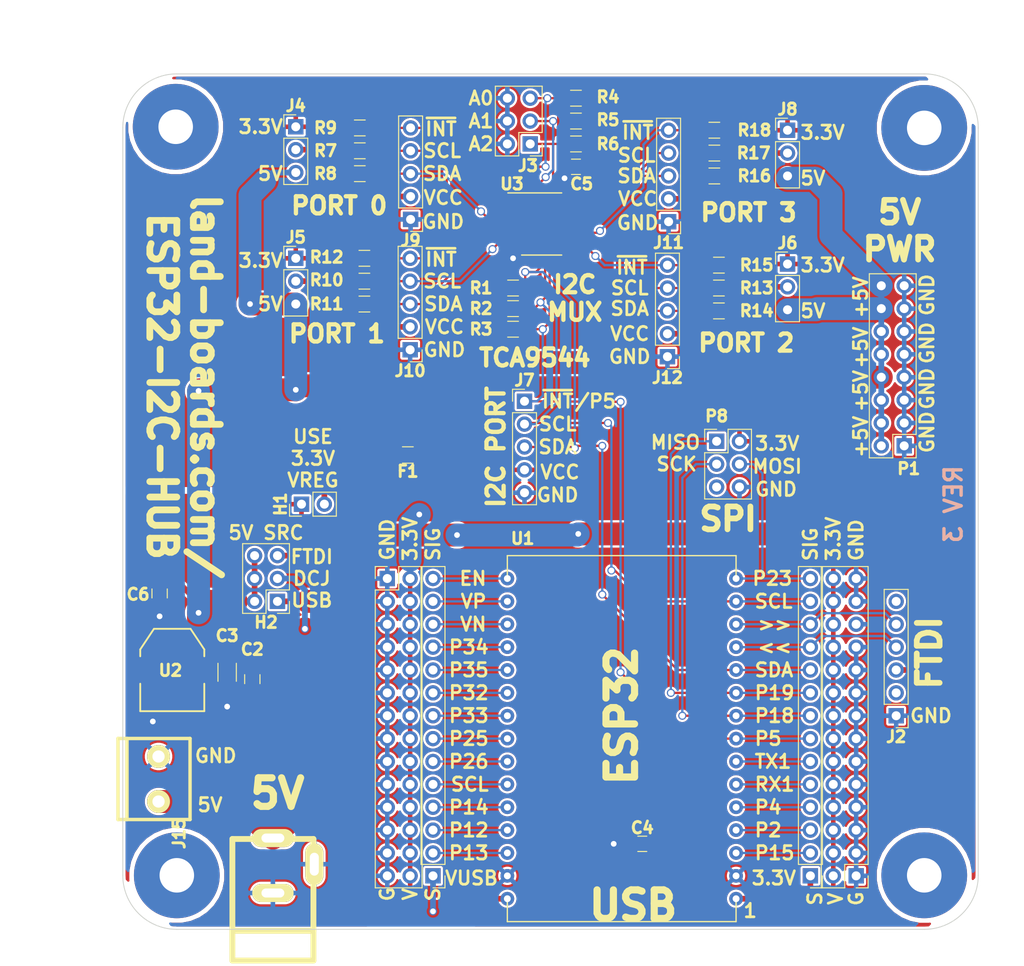
<source format=kicad_pcb>
(kicad_pcb (version 20171130) (host pcbnew "(5.1.5)-3")
  (title_block (title Blue-Pill-Hub) (date 2019-03-03) (rev 2) (company land-boards.com))
  (layers (0 F.Cu signal) (31 B.Cu signal) (36 B.SilkS user) (37 F.SilkS user) (38 B.Mask user) (39 F.Mask user) (44 Edge.Cuts user))
  (net 0 "")
  (net 1 +5V)
  (net 2 GND)
  (net 3 +3V3)
  (net 4 /VO3)
  (net 5 /STM_SDA)
  (net 6 /STM_SCL)
  (net 7 /SD0)
  (net 8 /A2)
  (net 9 /A1)
  (net 10 /A0)
  (net 11 "Net-(J4-Pad2)")
  (net 12 /DCIN)
  (net 13 /GP13)
  (net 14 /GP12)
  (net 15 /GP14)
  (net 16 /GP26)
  (net 17 /GP25)
  (net 18 /GP33)
  (net 19 /GP32)
  (net 20 /GP35)
  (net 21 /GP34)
  (net 22 /TX0)
  (net 23 /RX0)
  (net 24 /GP19)
  (net 25 /GP18)
  (net 26 /GP5)
  (net 27 /TX2)
  (net 28 /GP4)
  (net 29 /GP2)
  (net 30 /GP15)
  (net 31 /INT0)
  (net 32 /SC0)
  (net 33 /INT1)
  (net 34 /SC1)
  (net 35 /SD1)
  (net 36 /INT2)
  (net 37 /SC2)
  (net 38 /SD2)
  (net 39 /INT3)
  (net 40 /SC3)
  (net 41 /SD3)
  (net 42 /GP27)
  (net 43 /EN)
  (net 44 /VP)
  (net 45 /VN)
  (net 46 /GP23)
  (net 47 "Net-(P12-Pad1)")
  (net 48 "Net-(J10-Pad2)")
  (net 49 "Net-(J12-Pad2)")
  (net 50 "Net-(J11-Pad2)")
  (net 51 /VUSB)
  (net 52 "Net-(F1-Pad2)")
  (net 53 /FTDI5V)
  (net 54 /RX2)
  (module Capacitors_SMD:C_1206_HandSoldering (layer F.Cu) (at 21.59 76.454 270)
    (fp_text reference C3 (at -4.064 0) (layer F.SilkS) (effects (font (size 1.27 1.27) (thickness 0.3175))))
    (fp_text value 10uF)
    (pad 2 smd rect (at 2 0 270) (size 2 1.6) (layers F.Cu F.Paste F.Mask) (net 2 GND))
    (pad 1 smd rect (at -2 0 270) (size 2 1.6) (layers F.Cu F.Paste F.Mask) (net 4 /VO3))
  )
  (module LandBoards_SMD_Packages:SOT223 (layer F.Cu) (at 15.494 76.2)
    (fp_text reference U2 (at -0.2032 0.0508) (layer F.SilkS) (effects (font (size 1.27 1.27) (thickness 0.3175))))
    (fp_text value "AP1117E33G-13 (3.3V)" hide)
    (pad 4 smd rect (at 0 -3.302) (size 3.6576 2.032) (layers F.Cu F.Mask) (net 4 /VO3))
    (pad 2 smd rect (at 0 3.302) (size 1.016 2.032) (layers F.Cu F.Mask) (net 4 /VO3))
    (pad 3 smd rect (at 2.286 3.302) (size 1.016 2.032) (layers F.Cu F.Mask) (net 1 +5V))
    (pad 1 smd rect (at -2.286 3.302) (size 1.016 2.032) (layers F.Cu F.Mask) (net 2 GND))
  )
  (module Resistors_SMD:R_0805_HandSoldering (layer F.Cu) (at 53.34 36.068)
    (fp_text reference R2 (at -3.556 0) (layer F.SilkS) (effects (font (size 1.27 1.27) (thickness 0.3175))))
    (fp_text value 10K)
    (pad 1 smd rect (at -1.35 0) (size 1.5 1.3) (layers F.Cu F.Mask) (net 3 +3V3))
    (pad 2 smd rect (at 1.35 0) (size 1.5 1.3) (layers F.Cu F.Mask) (net 6 /STM_SCL))
  )
  (module Resistors_SMD:R_0805_HandSoldering (layer F.Cu) (at 53.34 33.782)
    (fp_text reference R1 (at -3.556 0) (layer F.SilkS) (effects (font (size 1.27 1.27) (thickness 0.3175))))
    (fp_text value 2.2K)
    (pad 1 smd rect (at -1.35 0) (size 1.5 1.3) (layers F.Cu F.Mask) (net 3 +3V3))
    (pad 2 smd rect (at 1.35 0) (size 1.5 1.3) (layers F.Cu F.Mask) (net 5 /STM_SDA))
  )
  (module Resistors_SMD:R_0805_HandSoldering (layer F.Cu) (at 53.34 38.354)
    (fp_text reference R3 (at -3.556 0) (layer F.SilkS) (effects (font (size 1.27 1.27) (thickness 0.3175))))
    (fp_text value 2.2K)
    (pad 1 smd rect (at -1.35 0) (size 1.5 1.3) (layers F.Cu F.Mask) (net 3 +3V3))
    (pad 2 smd rect (at 1.35 0) (size 1.5 1.3) (layers F.Cu F.Mask) (net 26 /GP5))
  )
  (module Resistors_SMD:R_0805_HandSoldering (layer F.Cu) (at 60.325 12.7 180)
    (fp_text reference R4 (at -3.556 0.127 180) (layer F.SilkS) (effects (font (size 1.27 1.27) (thickness 0.3175))))
    (fp_text value 10K)
    (pad 1 smd rect (at -1.35 0 180) (size 1.5 1.3) (layers F.Cu F.Mask) (net 3 +3V3))
    (pad 2 smd rect (at 1.35 0 180) (size 1.5 1.3) (layers F.Cu F.Mask) (net 10 /A0))
  )
  (module Resistors_SMD:R_0805_HandSoldering (layer F.Cu) (at 60.325 15.24 180)
    (fp_text reference R5 (at -3.556 0.127 180) (layer F.SilkS) (effects (font (size 1.27 1.27) (thickness 0.3175))))
    (fp_text value 10K)
    (pad 1 smd rect (at -1.35 0 180) (size 1.5 1.3) (layers F.Cu F.Mask) (net 3 +3V3))
    (pad 2 smd rect (at 1.35 0 180) (size 1.5 1.3) (layers F.Cu F.Mask) (net 9 /A1))
  )
  (module Resistors_SMD:R_0805_HandSoldering (layer F.Cu) (at 60.325 17.78 180)
    (fp_text reference R6 (at -3.556 0 180) (layer F.SilkS) (effects (font (size 1.27 1.27) (thickness 0.3175))))
    (fp_text value 10K)
    (pad 1 smd rect (at -1.35 0 180) (size 1.5 1.3) (layers F.Cu F.Mask) (net 3 +3V3))
    (pad 2 smd rect (at 1.35 0 180) (size 1.5 1.3) (layers F.Cu F.Mask) (net 8 /A2))
  )
  (module Resistors_SMD:R_0805_HandSoldering (layer F.Cu) (at 36.322 18.542)
    (fp_text reference R7 (at -3.81 0) (layer F.SilkS) (effects (font (size 1.27 1.27) (thickness 0.3175))))
    (fp_text value 2.2K)
    (pad 1 smd rect (at -1.35 0) (size 1.5 1.3) (layers F.Cu F.Mask) (net 11 "Net-(J4-Pad2)"))
    (pad 2 smd rect (at 1.35 0) (size 1.5 1.3) (layers F.Cu F.Mask) (net 32 /SC0))
  )
  (module Resistors_SMD:R_0805_HandSoldering (layer F.Cu) (at 36.322 21.082)
    (fp_text reference R8 (at -3.81 0) (layer F.SilkS) (effects (font (size 1.27 1.27) (thickness 0.3175))))
    (fp_text value 2.2K)
    (pad 1 smd rect (at -1.35 0) (size 1.5 1.3) (layers F.Cu F.Mask) (net 11 "Net-(J4-Pad2)"))
    (pad 2 smd rect (at 1.35 0) (size 1.5 1.3) (layers F.Cu F.Mask) (net 7 /SD0))
  )
  (module Resistors_SMD:R_0805_HandSoldering (layer F.Cu) (at 36.322 16.002)
    (fp_text reference R9 (at -3.81 0) (layer F.SilkS) (effects (font (size 1.27 1.27) (thickness 0.3175))))
    (fp_text value 10K)
    (pad 1 smd rect (at -1.35 0) (size 1.5 1.3) (layers F.Cu F.Mask) (net 11 "Net-(J4-Pad2)"))
    (pad 2 smd rect (at 1.35 0) (size 1.5 1.3) (layers F.Cu F.Mask) (net 31 /INT0))
  )
  (module Resistors_SMD:R_0805_HandSoldering (layer F.Cu) (at 36.83 33.02)
    (fp_text reference R10 (at -4.191 -0.127) (layer F.SilkS) (effects (font (size 1.27 1.27) (thickness 0.3175))))
    (fp_text value 2.2K)
    (pad 1 smd rect (at -1.35 0) (size 1.5 1.3) (layers F.Cu F.Mask) (net 48 "Net-(J10-Pad2)"))
    (pad 2 smd rect (at 1.35 0) (size 1.5 1.3) (layers F.Cu F.Mask) (net 34 /SC1))
  )
  (module Resistors_SMD:R_0805_HandSoldering (layer F.Cu) (at 36.83 35.56)
    (fp_text reference R11 (at -4.191 0) (layer F.SilkS) (effects (font (size 1.27 1.27) (thickness 0.3175))))
    (fp_text value 2.2K)
    (pad 1 smd rect (at -1.35 0) (size 1.5 1.3) (layers F.Cu F.Mask) (net 48 "Net-(J10-Pad2)"))
    (pad 2 smd rect (at 1.35 0) (size 1.5 1.3) (layers F.Cu F.Mask) (net 35 /SD1))
  )
  (module Resistors_SMD:R_0805_HandSoldering (layer F.Cu) (at 36.83 30.48)
    (fp_text reference R12 (at -4.191 -0.127) (layer F.SilkS) (effects (font (size 1.27 1.27) (thickness 0.3175))))
    (fp_text value 10K)
    (pad 1 smd rect (at -1.35 0) (size 1.5 1.3) (layers F.Cu F.Mask) (net 48 "Net-(J10-Pad2)"))
    (pad 2 smd rect (at 1.35 0) (size 1.5 1.3) (layers F.Cu F.Mask) (net 33 /INT1))
  )
  (module Resistors_SMD:R_0805_HandSoldering (layer F.Cu) (at 76.2 33.782 180)
    (fp_text reference R13 (at -4.191 0 180) (layer F.SilkS) (effects (font (size 1.27 1.27) (thickness 0.3175))))
    (fp_text value 2.2K)
    (pad 1 smd rect (at -1.35 0 180) (size 1.5 1.3) (layers F.Cu F.Mask) (net 49 "Net-(J12-Pad2)"))
    (pad 2 smd rect (at 1.35 0 180) (size 1.5 1.3) (layers F.Cu F.Mask) (net 37 /SC2))
  )
  (module Resistors_SMD:R_0805_HandSoldering (layer F.Cu) (at 76.2 36.322 180)
    (fp_text reference R14 (at -4.191 0 180) (layer F.SilkS) (effects (font (size 1.27 1.27) (thickness 0.3175))))
    (fp_text value 2.2K)
    (pad 1 smd rect (at -1.35 0 180) (size 1.5 1.3) (layers F.Cu F.Mask) (net 49 "Net-(J12-Pad2)"))
    (pad 2 smd rect (at 1.35 0 180) (size 1.5 1.3) (layers F.Cu F.Mask) (net 38 /SD2))
  )
  (module Resistors_SMD:R_0805_HandSoldering (layer F.Cu) (at 76.2 31.242 180)
    (fp_text reference R15 (at -4.191 0 180) (layer F.SilkS) (effects (font (size 1.27 1.27) (thickness 0.3175))))
    (fp_text value 10K)
    (pad 1 smd rect (at -1.35 0 180) (size 1.5 1.3) (layers F.Cu F.Mask) (net 49 "Net-(J12-Pad2)"))
    (pad 2 smd rect (at 1.35 0 180) (size 1.5 1.3) (layers F.Cu F.Mask) (net 36 /INT2))
  )
  (module Resistors_SMD:R_0805_HandSoldering (layer F.Cu) (at 75.692 21.336 180)
    (fp_text reference R16 (at -4.445 0 180) (layer F.SilkS) (effects (font (size 1.27 1.27) (thickness 0.3175))))
    (fp_text value 2.2K)
    (pad 1 smd rect (at -1.35 0 180) (size 1.5 1.3) (layers F.Cu F.Mask) (net 50 "Net-(J11-Pad2)"))
    (pad 2 smd rect (at 1.35 0 180) (size 1.5 1.3) (layers F.Cu F.Mask))
  )
  (module Resistors_SMD:R_0805_HandSoldering (layer F.Cu) (at 75.692 18.796 180)
    (fp_text reference R17 (at -4.365 0 180) (layer F.SilkS) (effects (font (size 1.27 1.27) (thickness 0.3175))))
    (fp_text value 2.2K)
    (pad 1 smd rect (at -1.35 0 180) (size 1.5 1.3) (layers F.Cu F.Mask) (net 50 "Net-(J11-Pad2)"))
    (pad 2 smd rect (at 1.35 0 180) (size 1.5 1.3) (layers F.Cu F.Mask))
  )
  (module Resistors_SMD:R_0805_HandSoldering (layer F.Cu) (at 75.692 16.256 180)
    (fp_text reference R18 (at -4.445 0 180) (layer F.SilkS) (effects (font (size 1.27 1.27) (thickness 0.3175))))
    (fp_text value 10K)
    (pad 1 smd rect (at -1.35 0 180) (size 1.5 1.3) (layers F.Cu F.Mask) (net 50 "Net-(J11-Pad2)"))
    (pad 2 smd rect (at 1.35 0 180) (size 1.5 1.3) (layers F.Cu F.Mask) (net 39 /INT3))
  )
  (module Capacitors_SMD:C_0805_HandSoldering (layer F.Cu) (at 24.384 77.216 270)
    (fp_text reference C2 (at -3.302 0) (layer F.SilkS) (effects (font (size 1.27 1.27) (thickness 0.3175))))
    (fp_text value 0.1uF)
    (pad 2 smd rect (at 1.25 0 270) (size 1.5 1.25) (layers F.Cu F.Paste F.Mask) (net 2 GND))
    (pad 1 smd rect (at -1.25 0 270) (size 1.5 1.25) (layers F.Cu F.Paste F.Mask) (net 4 /VO3))
  )
  (module Capacitors_SMD:C_0805_HandSoldering (layer F.Cu) (at 67.691 95.504 180)
    (fp_text reference C4 (at 0 1.778 180) (layer F.SilkS) (effects (font (size 1.27 1.27) (thickness 0.3175))))
    (fp_text value 0.1uF)
    (pad 2 smd rect (at 1.25 0 180) (size 1.5 1.25) (layers F.Cu F.Paste F.Mask) (net 2 GND))
    (pad 1 smd rect (at -1.25 0 180) (size 1.5 1.25) (layers F.Cu F.Paste F.Mask) (net 3 +3V3))
  )
  (module Capacitors_SMD:C_0805_HandSoldering (layer F.Cu) (at 60.325 20.32 180)
    (fp_text reference C5 (at -0.635 -1.905 180) (layer F.SilkS) (effects (font (size 1.27 1.27) (thickness 0.3175))))
    (fp_text value 0.1uF)
    (pad 1 smd rect (at -1.25 0 180) (size 1.5 1.25) (layers F.Cu F.Paste F.Mask) (net 3 +3V3))
    (pad 2 smd rect (at 1.25 0 180) (size 1.5 1.25) (layers F.Cu F.Paste F.Mask) (net 2 GND))
  )
  (module Capacitors_SMD:C_0805_HandSoldering (layer F.Cu) (at 14.090233 67.697767 270)
    (fp_text reference C6 (at 0.102233 2.390233) (layer F.SilkS) (effects (font (size 1.27 1.27) (thickness 0.3175))))
    (fp_text value 0.1uF)
    (pad 2 smd rect (at 1.25 0 270) (size 1.5 1.25) (layers F.Cu F.Paste F.Mask) (net 2 GND))
    (pad 1 smd rect (at -1.25 0 270) (size 1.5 1.25) (layers F.Cu F.Paste F.Mask) (net 1 +5V))
  )
  (module Pin_Headers:Pin_Header_Straight_2x08_Pitch2.54mm (layer F.Cu) (at 96.774 51.308 180)
    (fp_text reference P1 (at -0.508 -2.54 180) (layer F.SilkS) (effects (font (size 1.27 1.27) (thickness 0.3175))))
    (fp_text value "Header, Vert, 2x8")
    (pad 16 thru_hole oval (at 2.54 17.78 180) (size 1.7 1.7) (drill 1) (layers *.Cu *.Mask) (net 1 +5V))
    (pad 15 thru_hole oval (at 0 17.78 180) (size 1.7 1.7) (drill 1) (layers *.Cu *.Mask) (net 2 GND))
    (pad 14 thru_hole oval (at 2.54 15.24 180) (size 1.7 1.7) (drill 1) (layers *.Cu *.Mask) (net 1 +5V))
    (pad 13 thru_hole oval (at 0 15.24 180) (size 1.7 1.7) (drill 1) (layers *.Cu *.Mask) (net 2 GND))
    (pad 12 thru_hole oval (at 2.54 12.7 180) (size 1.7 1.7) (drill 1) (layers *.Cu *.Mask) (net 1 +5V))
    (pad 11 thru_hole oval (at 0 12.7 180) (size 1.7 1.7) (drill 1) (layers *.Cu *.Mask) (net 2 GND))
    (pad 10 thru_hole oval (at 2.54 10.16 180) (size 1.7 1.7) (drill 1) (layers *.Cu *.Mask) (net 1 +5V))
    (pad 9 thru_hole oval (at 0 10.16 180) (size 1.7 1.7) (drill 1) (layers *.Cu *.Mask) (net 2 GND))
    (pad 8 thru_hole oval (at 2.54 7.62 180) (size 1.7 1.7) (drill 1) (layers *.Cu *.Mask) (net 1 +5V))
    (pad 7 thru_hole oval (at 0 7.62 180) (size 1.7 1.7) (drill 1) (layers *.Cu *.Mask) (net 2 GND))
    (pad 6 thru_hole oval (at 2.54 5.08 180) (size 1.7 1.7) (drill 1) (layers *.Cu *.Mask) (net 1 +5V))
    (pad 5 thru_hole oval (at 0 5.08 180) (size 1.7 1.7) (drill 1) (layers *.Cu *.Mask) (net 2 GND))
    (pad 4 thru_hole oval (at 2.54 2.54 180) (size 1.7 1.7) (drill 1) (layers *.Cu *.Mask) (net 1 +5V))
    (pad 3 thru_hole oval (at 0 2.54 180) (size 1.7 1.7) (drill 1) (layers *.Cu *.Mask) (net 2 GND))
    (pad 2 thru_hole oval (at 2.54 0 180) (size 1.7 1.7) (drill 1) (layers *.Cu *.Mask) (net 1 +5V))
    (pad 1 thru_hole rect (at 0 0 180) (size 1.7 1.7) (drill 1) (layers *.Cu *.Mask) (net 2 GND))
  )
  (module Pin_Headers:Pin_Header_Straight_2x03_Pitch2.54mm (layer F.Cu) (at 75.946 50.8)
    (fp_text reference P8 (at 0 -2.794) (layer F.SilkS) (effects (font (size 1.27 1.27) (thickness 0.3175))))
    (fp_text value "Header, Vert, 2x3")
    (pad 6 thru_hole oval (at 2.54 5.08) (size 1.7 1.7) (drill 1) (layers *.Cu *.Mask) (net 2 GND))
    (pad 5 thru_hole oval (at 0 5.08) (size 1.7 1.7) (drill 1) (layers *.Cu *.Mask))
    (pad 4 thru_hole oval (at 2.54 2.54) (size 1.7 1.7) (drill 1) (layers *.Cu *.Mask) (net 46 /GP23))
    (pad 3 thru_hole oval (at 0 2.54) (size 1.7 1.7) (drill 1) (layers *.Cu *.Mask) (net 25 /GP18))
    (pad 2 thru_hole oval (at 2.54 0) (size 1.7 1.7) (drill 1) (layers *.Cu *.Mask) (net 3 +3V3))
    (pad 1 thru_hole rect (at 0 0) (size 1.7 1.7) (drill 1) (layers *.Cu *.Mask) (net 24 /GP19))
  )
  (module Pin_Headers:Pin_Header_Straight_1x06_Pitch2.54mm (layer F.Cu) (at 95.885 81.28 180)
    (fp_text reference J2 (at 0 -2.33 180) (layer F.SilkS) (effects (font (size 1.27 1.27) (thickness 0.3175))))
    (fp_text value "Header, 1x6, Rt Ang, (FTDI)")
    (pad 6 thru_hole oval (at 0 12.7 180) (size 1.7 1.7) (drill 1) (layers *.Cu *.Mask))
    (pad 5 thru_hole oval (at 0 10.16 180) (size 1.7 1.7) (drill 1) (layers *.Cu *.Mask) (net 22 /TX0))
    (pad 4 thru_hole oval (at 0 7.62 180) (size 1.7 1.7) (drill 1) (layers *.Cu *.Mask) (net 23 /RX0))
    (pad 3 thru_hole oval (at 0 5.08 180) (size 1.7 1.7) (drill 1) (layers *.Cu *.Mask) (net 53 /FTDI5V))
    (pad 2 thru_hole oval (at 0 2.54 180) (size 1.7 1.7) (drill 1) (layers *.Cu *.Mask))
    (pad 1 thru_hole rect (at 0 0 180) (size 1.7 1.7) (drill 1) (layers *.Cu *.Mask) (net 2 GND))
  )
  (module LandBoards_Conns:TB2-5MM (layer F.Cu) (at 13.97 90.805 90)
    (fp_text reference J15 (at -3.556 2.286 90) (layer F.SilkS) (effects (font (size 1.27 1.27) (thickness 0.3175))))
    (fp_text value "Term Blk, 5mm, 1x2" hide)
    (pad 2 thru_hole circle (at 5 0 90) (size 2.54 2.54) (drill 1.3589) (layers *.Cu *.Mask F.SilkS) (net 2 GND))
    (pad 1 thru_hole circle (at 0 0 90) (size 2.54 2.54) (drill 1.3589) (layers *.Cu *.Mask F.SilkS) (net 12 /DCIN))
  )
  (module LandBoards_MountHoles:MTG-6-32 (layer F.Cu) (at 15.875 15.875)
    (fp_text reference MTG1 hide)
    (fp_text value MTG_HOLE hide)
    (pad 1 thru_hole circle (at 0 0) (size 9.525 9.525) (drill 3.8354) (layers *.Cu *.Mask) (clearance 0.508))
  )
  (module LandBoards_MountHoles:MTG-6-32 (layer F.Cu) (at 99 99)
    (fp_text reference MTG2 hide)
    (fp_text value MTG_HOLE hide)
    (pad 1 thru_hole circle (at 0 0) (size 9.525 9.525) (drill 3.8354) (layers *.Cu *.Mask) (clearance 0.508))
  )
  (module LandBoards_MountHoles:MTG-6-32 (layer F.Cu) (at 16 99)
    (fp_text reference MTG3 hide)
    (fp_text value MTG_HOLE hide)
    (pad 1 thru_hole circle (at 0 0) (size 9.525 9.525) (drill 3.8354) (layers *.Cu *.Mask) (clearance 0.508))
  )
  (module LandBoards_MountHoles:MTG-6-32 (layer F.Cu) (at 99 16)
    (fp_text reference MTG4 hide)
    (fp_text value MTG_HOLE hide)
    (pad 1 thru_hole circle (at 0 0) (size 9.525 9.525) (drill 3.8354) (layers *.Cu *.Mask) (clearance 0.508))
  )
  (module LandBoards_BoardOutlines:ESP32_EXP (layer F.Cu) (at 65.405 101.6 180)
    (fp_text reference U1 (at 11 40 180) (layer F.SilkS) (effects (font (size 1.27 1.27) (thickness 0.3175))))
    (fp_text value "ESP32 MODULE")
    (pad 1 thru_hole circle (at -12.7 0 180) (size 1.524 1.524) (drill 0.762) (layers *.Cu *.Mask) (net 47 "Net-(P12-Pad1)"))
    (pad 2 thru_hole circle (at -12.7 2.54 180) (size 1.524 1.524) (drill 0.762) (layers *.Cu *.Mask) (net 2 GND))
    (pad 3 thru_hole circle (at -12.7 5.08 180) (size 1.524 1.524) (drill 0.762) (layers *.Cu *.Mask) (net 30 /GP15))
    (pad 4 thru_hole circle (at -12.7 7.62 180) (size 1.524 1.524) (drill 0.762) (layers *.Cu *.Mask) (net 29 /GP2))
    (pad 5 thru_hole circle (at -12.7 10.16 180) (size 1.524 1.524) (drill 0.762) (layers *.Cu *.Mask) (net 28 /GP4))
    (pad 6 thru_hole circle (at -12.7 12.7 180) (size 1.524 1.524) (drill 0.762) (layers *.Cu *.Mask) (net 54 /RX2))
    (pad 7 thru_hole circle (at -12.7 15.24 180) (size 1.524 1.524) (drill 0.762) (layers *.Cu *.Mask) (net 27 /TX2))
    (pad 8 thru_hole circle (at -12.7 17.78 180) (size 1.524 1.524) (drill 0.762) (layers *.Cu *.Mask) (net 26 /GP5))
    (pad 9 thru_hole circle (at -12.7 20.32 180) (size 1.524 1.524) (drill 0.762) (layers *.Cu *.Mask) (net 25 /GP18))
    (pad 10 thru_hole circle (at -12.7 22.86 180) (size 1.524 1.524) (drill 0.762) (layers *.Cu *.Mask) (net 24 /GP19))
    (pad 11 thru_hole circle (at -12.7 25.4 180) (size 1.524 1.524) (drill 0.762) (layers *.Cu *.Mask) (net 5 /STM_SDA))
    (pad 12 thru_hole circle (at -12.7 27.94 180) (size 1.524 1.524) (drill 0.762) (layers *.Cu *.Mask) (net 23 /RX0))
    (pad 13 thru_hole circle (at -12.7 30.48 180) (size 1.524 1.524) (drill 0.762) (layers *.Cu *.Mask) (net 22 /TX0))
    (pad 14 thru_hole circle (at -12.7 33.02 180) (size 1.524 1.524) (drill 0.762) (layers *.Cu *.Mask) (net 6 /STM_SCL))
    (pad 15 thru_hole circle (at -12.7 35.56 180) (size 1.524 1.524) (drill 0.762) (layers *.Cu *.Mask) (net 46 /GP23))
    (pad 16 thru_hole circle (at 12.7 35.56 180) (size 1.524 1.524) (drill 0.762) (layers *.Cu *.Mask) (net 43 /EN))
    (pad 17 thru_hole circle (at 12.7 33.02 180) (size 1.524 1.524) (drill 0.762) (layers *.Cu *.Mask) (net 44 /VP))
    (pad 18 thru_hole circle (at 12.7 30.48 180) (size 1.524 1.524) (drill 0.762) (layers *.Cu *.Mask) (net 45 /VN))
    (pad 19 thru_hole circle (at 12.7 27.94 180) (size 1.524 1.524) (drill 0.762) (layers *.Cu *.Mask) (net 21 /GP34))
    (pad 20 thru_hole circle (at 12.7 25.4 180) (size 1.524 1.524) (drill 0.762) (layers *.Cu *.Mask) (net 20 /GP35))
    (pad 21 thru_hole circle (at 12.7 22.86 180) (size 1.524 1.524) (drill 0.762) (layers *.Cu *.Mask) (net 19 /GP32))
    (pad 22 thru_hole circle (at 12.7 20.32 180) (size 1.524 1.524) (drill 0.762) (layers *.Cu *.Mask) (net 18 /GP33))
    (pad 23 thru_hole circle (at 12.7 17.78 180) (size 1.524 1.524) (drill 0.762) (layers *.Cu *.Mask) (net 17 /GP25))
    (pad 24 thru_hole circle (at 12.7 15.24 180) (size 1.524 1.524) (drill 0.762) (layers *.Cu *.Mask) (net 16 /GP26))
    (pad 25 thru_hole circle (at 12.7 12.7 180) (size 1.524 1.524) (drill 0.762) (layers *.Cu *.Mask) (net 42 /GP27))
    (pad 26 thru_hole circle (at 12.7 10.16 180) (size 1.524 1.524) (drill 0.762) (layers *.Cu *.Mask) (net 15 /GP14))
    (pad 27 thru_hole circle (at 12.7 7.62 180) (size 1.524 1.524) (drill 0.762) (layers *.Cu *.Mask) (net 14 /GP12))
    (pad 28 thru_hole circle (at 12.7 5.08 180) (size 1.524 1.524) (drill 0.762) (layers *.Cu *.Mask) (net 13 /GP13))
    (pad 29 thru_hole circle (at 12.7 2.54 180) (size 1.524 1.524) (drill 0.762) (layers *.Cu *.Mask) (net 2 GND))
    (pad 30 thru_hole circle (at 12.7 0 180) (size 1.524 1.524) (drill 0.762) (layers *.Cu *.Mask) (net 51 /VUSB))
  )
  (module Pin_Headers:Pin_Header_Straight_2x14_Pitch2.54mm (layer F.Cu) (at 39.37 66.04)
    (fp_text reference P2 hide)
    (fp_text value "Header, Vert, 2x14")
    (pad 28 thru_hole oval (at 2.54 33.02) (size 1.7 1.7) (drill 1) (layers *.Cu *.Mask) (net 3 +3V3))
    (pad 27 thru_hole oval (at 0 33.02) (size 1.7 1.7) (drill 1) (layers *.Cu *.Mask) (net 2 GND))
    (pad 26 thru_hole oval (at 2.54 30.48) (size 1.7 1.7) (drill 1) (layers *.Cu *.Mask) (net 3 +3V3))
    (pad 25 thru_hole oval (at 0 30.48) (size 1.7 1.7) (drill 1) (layers *.Cu *.Mask) (net 2 GND))
    (pad 24 thru_hole oval (at 2.54 27.94) (size 1.7 1.7) (drill 1) (layers *.Cu *.Mask) (net 3 +3V3))
    (pad 23 thru_hole oval (at 0 27.94) (size 1.7 1.7) (drill 1) (layers *.Cu *.Mask) (net 2 GND))
    (pad 22 thru_hole oval (at 2.54 25.4) (size 1.7 1.7) (drill 1) (layers *.Cu *.Mask) (net 3 +3V3))
    (pad 21 thru_hole oval (at 0 25.4) (size 1.7 1.7) (drill 1) (layers *.Cu *.Mask) (net 2 GND))
    (pad 20 thru_hole oval (at 2.54 22.86) (size 1.7 1.7) (drill 1) (layers *.Cu *.Mask) (net 3 +3V3))
    (pad 19 thru_hole oval (at 0 22.86) (size 1.7 1.7) (drill 1) (layers *.Cu *.Mask) (net 2 GND))
    (pad 18 thru_hole oval (at 2.54 20.32) (size 1.7 1.7) (drill 1) (layers *.Cu *.Mask) (net 3 +3V3))
    (pad 17 thru_hole oval (at 0 20.32) (size 1.7 1.7) (drill 1) (layers *.Cu *.Mask) (net 2 GND))
    (pad 16 thru_hole oval (at 2.54 17.78) (size 1.7 1.7) (drill 1) (layers *.Cu *.Mask) (net 3 +3V3))
    (pad 15 thru_hole oval (at 0 17.78) (size 1.7 1.7) (drill 1) (layers *.Cu *.Mask) (net 2 GND))
    (pad 14 thru_hole oval (at 2.54 15.24) (size 1.7 1.7) (drill 1) (layers *.Cu *.Mask) (net 3 +3V3))
    (pad 13 thru_hole oval (at 0 15.24) (size 1.7 1.7) (drill 1) (layers *.Cu *.Mask) (net 2 GND))
    (pad 12 thru_hole oval (at 2.54 12.7) (size 1.7 1.7) (drill 1) (layers *.Cu *.Mask) (net 3 +3V3))
    (pad 11 thru_hole oval (at 0 12.7) (size 1.7 1.7) (drill 1) (layers *.Cu *.Mask) (net 2 GND))
    (pad 10 thru_hole oval (at 2.54 10.16) (size 1.7 1.7) (drill 1) (layers *.Cu *.Mask) (net 3 +3V3))
    (pad 9 thru_hole oval (at 0 10.16) (size 1.7 1.7) (drill 1) (layers *.Cu *.Mask) (net 2 GND))
    (pad 8 thru_hole oval (at 2.54 7.62) (size 1.7 1.7) (drill 1) (layers *.Cu *.Mask) (net 3 +3V3))
    (pad 7 thru_hole oval (at 0 7.62) (size 1.7 1.7) (drill 1) (layers *.Cu *.Mask) (net 2 GND))
    (pad 6 thru_hole oval (at 2.54 5.08) (size 1.7 1.7) (drill 1) (layers *.Cu *.Mask) (net 3 +3V3))
    (pad 5 thru_hole oval (at 0 5.08) (size 1.7 1.7) (drill 1) (layers *.Cu *.Mask) (net 2 GND))
    (pad 4 thru_hole oval (at 2.54 2.54) (size 1.7 1.7) (drill 1) (layers *.Cu *.Mask) (net 3 +3V3))
    (pad 3 thru_hole oval (at 0 2.54) (size 1.7 1.7) (drill 1) (layers *.Cu *.Mask) (net 2 GND))
    (pad 2 thru_hole oval (at 2.54 0) (size 1.7 1.7) (drill 1) (layers *.Cu *.Mask) (net 3 +3V3))
    (pad 1 thru_hole rect (at 0 0) (size 1.7 1.7) (drill 1) (layers *.Cu *.Mask) (net 2 GND))
  )
  (module Pin_Headers:Pin_Header_Straight_2x14_Pitch2.54mm (layer F.Cu) (at 91.44 99.06 180)
    (fp_text reference P11 hide)
    (fp_text value "Header, Vert, 2x14")
    (pad 28 thru_hole oval (at 2.54 33.02 180) (size 1.7 1.7) (drill 1) (layers *.Cu *.Mask) (net 3 +3V3))
    (pad 27 thru_hole oval (at 0 33.02 180) (size 1.7 1.7) (drill 1) (layers *.Cu *.Mask) (net 2 GND))
    (pad 26 thru_hole oval (at 2.54 30.48 180) (size 1.7 1.7) (drill 1) (layers *.Cu *.Mask) (net 3 +3V3))
    (pad 25 thru_hole oval (at 0 30.48 180) (size 1.7 1.7) (drill 1) (layers *.Cu *.Mask) (net 2 GND))
    (pad 24 thru_hole oval (at 2.54 27.94 180) (size 1.7 1.7) (drill 1) (layers *.Cu *.Mask) (net 3 +3V3))
    (pad 23 thru_hole oval (at 0 27.94 180) (size 1.7 1.7) (drill 1) (layers *.Cu *.Mask) (net 2 GND))
    (pad 22 thru_hole oval (at 2.54 25.4 180) (size 1.7 1.7) (drill 1) (layers *.Cu *.Mask) (net 3 +3V3))
    (pad 21 thru_hole oval (at 0 25.4 180) (size 1.7 1.7) (drill 1) (layers *.Cu *.Mask) (net 2 GND))
    (pad 20 thru_hole oval (at 2.54 22.86 180) (size 1.7 1.7) (drill 1) (layers *.Cu *.Mask) (net 3 +3V3))
    (pad 19 thru_hole oval (at 0 22.86 180) (size 1.7 1.7) (drill 1) (layers *.Cu *.Mask) (net 2 GND))
    (pad 18 thru_hole oval (at 2.54 20.32 180) (size 1.7 1.7) (drill 1) (layers *.Cu *.Mask) (net 3 +3V3))
    (pad 17 thru_hole oval (at 0 20.32 180) (size 1.7 1.7) (drill 1) (layers *.Cu *.Mask) (net 2 GND))
    (pad 16 thru_hole oval (at 2.54 17.78 180) (size 1.7 1.7) (drill 1) (layers *.Cu *.Mask) (net 3 +3V3))
    (pad 15 thru_hole oval (at 0 17.78 180) (size 1.7 1.7) (drill 1) (layers *.Cu *.Mask) (net 2 GND))
    (pad 14 thru_hole oval (at 2.54 15.24 180) (size 1.7 1.7) (drill 1) (layers *.Cu *.Mask) (net 3 +3V3))
    (pad 13 thru_hole oval (at 0 15.24 180) (size 1.7 1.7) (drill 1) (layers *.Cu *.Mask) (net 2 GND))
    (pad 12 thru_hole oval (at 2.54 12.7 180) (size 1.7 1.7) (drill 1) (layers *.Cu *.Mask) (net 3 +3V3))
    (pad 11 thru_hole oval (at 0 12.7 180) (size 1.7 1.7) (drill 1) (layers *.Cu *.Mask) (net 2 GND))
    (pad 10 thru_hole oval (at 2.54 10.16 180) (size 1.7 1.7) (drill 1) (layers *.Cu *.Mask) (net 3 +3V3))
    (pad 9 thru_hole oval (at 0 10.16 180) (size 1.7 1.7) (drill 1) (layers *.Cu *.Mask) (net 2 GND))
    (pad 8 thru_hole oval (at 2.54 7.62 180) (size 1.7 1.7) (drill 1) (layers *.Cu *.Mask) (net 3 +3V3))
    (pad 7 thru_hole oval (at 0 7.62 180) (size 1.7 1.7) (drill 1) (layers *.Cu *.Mask) (net 2 GND))
    (pad 6 thru_hole oval (at 2.54 5.08 180) (size 1.7 1.7) (drill 1) (layers *.Cu *.Mask) (net 3 +3V3))
    (pad 5 thru_hole oval (at 0 5.08 180) (size 1.7 1.7) (drill 1) (layers *.Cu *.Mask) (net 2 GND))
    (pad 4 thru_hole oval (at 2.54 2.54 180) (size 1.7 1.7) (drill 1) (layers *.Cu *.Mask) (net 3 +3V3))
    (pad 3 thru_hole oval (at 0 2.54 180) (size 1.7 1.7) (drill 1) (layers *.Cu *.Mask) (net 2 GND))
    (pad 2 thru_hole oval (at 2.54 0 180) (size 1.7 1.7) (drill 1) (layers *.Cu *.Mask) (net 3 +3V3))
    (pad 1 thru_hole rect (at 0 0 180) (size 1.7 1.7) (drill 1) (layers *.Cu *.Mask) (net 2 GND))
  )
  (module Pin_Headers:Pin_Header_Straight_1x14_Pitch2.54mm (layer F.Cu) (at 86.36 99.06 180)
    (fp_text reference P12 hide)
    (fp_text value "Header, Vert, 1x14")
    (pad 1 thru_hole rect (at 0 0 180) (size 1.7 1.7) (drill 1) (layers *.Cu *.Mask) (net 47 "Net-(P12-Pad1)"))
    (pad 2 thru_hole oval (at 0 2.54 180) (size 1.7 1.7) (drill 1) (layers *.Cu *.Mask) (net 30 /GP15))
    (pad 3 thru_hole oval (at 0 5.08 180) (size 1.7 1.7) (drill 1) (layers *.Cu *.Mask) (net 29 /GP2))
    (pad 4 thru_hole oval (at 0 7.62 180) (size 1.7 1.7) (drill 1) (layers *.Cu *.Mask) (net 28 /GP4))
    (pad 5 thru_hole oval (at 0 10.16 180) (size 1.7 1.7) (drill 1) (layers *.Cu *.Mask) (net 54 /RX2))
    (pad 6 thru_hole oval (at 0 12.7 180) (size 1.7 1.7) (drill 1) (layers *.Cu *.Mask) (net 27 /TX2))
    (pad 7 thru_hole oval (at 0 15.24 180) (size 1.7 1.7) (drill 1) (layers *.Cu *.Mask) (net 26 /GP5))
    (pad 8 thru_hole oval (at 0 17.78 180) (size 1.7 1.7) (drill 1) (layers *.Cu *.Mask) (net 25 /GP18))
    (pad 9 thru_hole oval (at 0 20.32 180) (size 1.7 1.7) (drill 1) (layers *.Cu *.Mask) (net 24 /GP19))
    (pad 10 thru_hole oval (at 0 22.86 180) (size 1.7 1.7) (drill 1) (layers *.Cu *.Mask) (net 5 /STM_SDA))
    (pad 11 thru_hole oval (at 0 25.4 180) (size 1.7 1.7) (drill 1) (layers *.Cu *.Mask) (net 23 /RX0))
    (pad 12 thru_hole oval (at 0 27.94 180) (size 1.7 1.7) (drill 1) (layers *.Cu *.Mask) (net 22 /TX0))
    (pad 13 thru_hole oval (at 0 30.48 180) (size 1.7 1.7) (drill 1) (layers *.Cu *.Mask) (net 6 /STM_SCL))
    (pad 14 thru_hole oval (at 0 33.02 180) (size 1.7 1.7) (drill 1) (layers *.Cu *.Mask) (net 46 /GP23))
  )
  (module Pin_Headers:Pin_Header_Straight_1x14_Pitch2.54mm (layer F.Cu) (at 44.45 99.06 180)
    (fp_text reference P13 hide)
    (fp_text value "Header, Vert, 1x14")
    (pad 14 thru_hole oval (at 0 33.02 180) (size 1.7 1.7) (drill 1) (layers *.Cu *.Mask) (net 43 /EN))
    (pad 13 thru_hole oval (at 0 30.48 180) (size 1.7 1.7) (drill 1) (layers *.Cu *.Mask) (net 44 /VP))
    (pad 12 thru_hole oval (at 0 27.94 180) (size 1.7 1.7) (drill 1) (layers *.Cu *.Mask) (net 45 /VN))
    (pad 11 thru_hole oval (at 0 25.4 180) (size 1.7 1.7) (drill 1) (layers *.Cu *.Mask) (net 21 /GP34))
    (pad 10 thru_hole oval (at 0 22.86 180) (size 1.7 1.7) (drill 1) (layers *.Cu *.Mask) (net 20 /GP35))
    (pad 9 thru_hole oval (at 0 20.32 180) (size 1.7 1.7) (drill 1) (layers *.Cu *.Mask) (net 19 /GP32))
    (pad 8 thru_hole oval (at 0 17.78 180) (size 1.7 1.7) (drill 1) (layers *.Cu *.Mask) (net 18 /GP33))
    (pad 7 thru_hole oval (at 0 15.24 180) (size 1.7 1.7) (drill 1) (layers *.Cu *.Mask) (net 17 /GP25))
    (pad 6 thru_hole oval (at 0 12.7 180) (size 1.7 1.7) (drill 1) (layers *.Cu *.Mask) (net 16 /GP26))
    (pad 5 thru_hole oval (at 0 10.16 180) (size 1.7 1.7) (drill 1) (layers *.Cu *.Mask) (net 42 /GP27))
    (pad 4 thru_hole oval (at 0 7.62 180) (size 1.7 1.7) (drill 1) (layers *.Cu *.Mask) (net 15 /GP14))
    (pad 3 thru_hole oval (at 0 5.08 180) (size 1.7 1.7) (drill 1) (layers *.Cu *.Mask) (net 14 /GP12))
    (pad 2 thru_hole oval (at 0 2.54 180) (size 1.7 1.7) (drill 1) (layers *.Cu *.Mask) (net 13 /GP13))
    (pad 1 thru_hole rect (at 0 0 180) (size 1.7 1.7) (drill 1) (layers *.Cu *.Mask) (net 51 /VUSB))
  )
  (module Housings_SSOP:TSSOP-20_4.4x6.5mm_Pitch0.65mm (layer F.Cu) (at 56.515 26.67)
    (fp_text reference U3 (at -3.302 -4.445) (layer F.SilkS) (effects (font (size 1.27 1.27) (thickness 0.3175))))
    (fp_text value PCA9544APWR)
    (pad 20 smd rect (at 2.95 -2.925) (size 1.45 0.45) (layers F.Cu F.Paste F.Mask) (net 3 +3V3))
    (pad 19 smd rect (at 2.95 -2.275) (size 1.45 0.45) (layers F.Cu F.Paste F.Mask) (net 5 /STM_SDA))
    (pad 18 smd rect (at 2.95 -1.625) (size 1.45 0.45) (layers F.Cu F.Paste F.Mask) (net 6 /STM_SCL))
    (pad 17 smd rect (at 2.95 -0.975) (size 1.45 0.45) (layers F.Cu F.Paste F.Mask) (net 26 /GP5))
    (pad 16 smd rect (at 2.95 -0.325) (size 1.45 0.45) (layers F.Cu F.Paste F.Mask) (net 40 /SC3))
    (pad 15 smd rect (at 2.95 0.325) (size 1.45 0.45) (layers F.Cu F.Paste F.Mask) (net 41 /SD3))
    (pad 14 smd rect (at 2.95 0.975) (size 1.45 0.45) (layers F.Cu F.Paste F.Mask) (net 39 /INT3))
    (pad 13 smd rect (at 2.95 1.625) (size 1.45 0.45) (layers F.Cu F.Paste F.Mask) (net 37 /SC2))
    (pad 12 smd rect (at 2.95 2.275) (size 1.45 0.45) (layers F.Cu F.Paste F.Mask) (net 38 /SD2))
    (pad 11 smd rect (at 2.95 2.925) (size 1.45 0.45) (layers F.Cu F.Paste F.Mask) (net 36 /INT2))
    (pad 10 smd rect (at -2.95 2.925) (size 1.45 0.45) (layers F.Cu F.Paste F.Mask) (net 2 GND))
    (pad 9 smd rect (at -2.95 2.275) (size 1.45 0.45) (layers F.Cu F.Paste F.Mask) (net 34 /SC1))
    (pad 8 smd rect (at -2.95 1.625) (size 1.45 0.45) (layers F.Cu F.Paste F.Mask) (net 35 /SD1))
    (pad 7 smd rect (at -2.95 0.975) (size 1.45 0.45) (layers F.Cu F.Paste F.Mask) (net 33 /INT1))
    (pad 6 smd rect (at -2.95 0.325) (size 1.45 0.45) (layers F.Cu F.Paste F.Mask) (net 32 /SC0))
    (pad 5 smd rect (at -2.95 -0.325) (size 1.45 0.45) (layers F.Cu F.Paste F.Mask) (net 7 /SD0))
    (pad 4 smd rect (at -2.95 -0.975) (size 1.45 0.45) (layers F.Cu F.Paste F.Mask) (net 31 /INT0))
    (pad 3 smd rect (at -2.95 -1.625) (size 1.45 0.45) (layers F.Cu F.Paste F.Mask) (net 8 /A2))
    (pad 2 smd rect (at -2.95 -2.275) (size 1.45 0.45) (layers F.Cu F.Paste F.Mask) (net 9 /A1))
    (pad 1 smd rect (at -2.95 -2.925) (size 1.45 0.45) (layers F.Cu F.Paste F.Mask) (net 10 /A0))
  )
  (module Pin_Headers:Pin_Header_Straight_1x05_Pitch2.54mm (layer F.Cu) (at 41.96 26.162 180)
    (fp_text reference J9 (at 0 -2.33 180) (layer F.SilkS) (effects (font (size 1.27 1.27) (thickness 0.3175))))
    (fp_text value "Header, Strt, 1x5")
    (pad 5 thru_hole oval (at 0 10.16 180) (size 1.7 1.7) (drill 1) (layers *.Cu *.Mask) (net 31 /INT0))
    (pad 4 thru_hole oval (at 0 7.62 180) (size 1.7 1.7) (drill 1) (layers *.Cu *.Mask) (net 32 /SC0))
    (pad 3 thru_hole oval (at 0 5.08 180) (size 1.7 1.7) (drill 1) (layers *.Cu *.Mask) (net 7 /SD0))
    (pad 2 thru_hole oval (at 0 2.54 180) (size 1.7 1.7) (drill 1) (layers *.Cu *.Mask) (net 11 "Net-(J4-Pad2)"))
    (pad 1 thru_hole rect (at 0 0 180) (size 1.7 1.7) (drill 1) (layers *.Cu *.Mask) (net 2 GND))
  )
  (module Pin_Headers:Pin_Header_Straight_1x05_Pitch2.54mm (layer F.Cu) (at 41.91 40.64 180)
    (fp_text reference J10 (at 0 -2.33 180) (layer F.SilkS) (effects (font (size 1.27 1.27) (thickness 0.3175))))
    (fp_text value "Header, Strt, 1x5")
    (pad 1 thru_hole rect (at 0 0 180) (size 1.7 1.7) (drill 1) (layers *.Cu *.Mask) (net 2 GND))
    (pad 2 thru_hole oval (at 0 2.54 180) (size 1.7 1.7) (drill 1) (layers *.Cu *.Mask) (net 48 "Net-(J10-Pad2)"))
    (pad 3 thru_hole oval (at 0 5.08 180) (size 1.7 1.7) (drill 1) (layers *.Cu *.Mask) (net 35 /SD1))
    (pad 4 thru_hole oval (at 0 7.62 180) (size 1.7 1.7) (drill 1) (layers *.Cu *.Mask) (net 34 /SC1))
    (pad 5 thru_hole oval (at 0 10.16 180) (size 1.7 1.7) (drill 1) (layers *.Cu *.Mask) (net 33 /INT1))
  )
  (module Pin_Headers:Pin_Header_Straight_1x05_Pitch2.54mm (layer F.Cu) (at 70.612 26.416 180)
    (fp_text reference J11 (at 0 -2.33 180) (layer F.SilkS) (effects (font (size 1.27 1.27) (thickness 0.3175))))
    (fp_text value "Header, Strt, 1x5")
    (pad 5 thru_hole oval (at 0 10.16 180) (size 1.7 1.7) (drill 1) (layers *.Cu *.Mask) (net 39 /INT3))
    (pad 4 thru_hole oval (at 0 7.62 180) (size 1.7 1.7) (drill 1) (layers *.Cu *.Mask) (net 40 /SC3))
    (pad 3 thru_hole oval (at 0 5.08 180) (size 1.7 1.7) (drill 1) (layers *.Cu *.Mask) (net 41 /SD3))
    (pad 2 thru_hole oval (at 0 2.54 180) (size 1.7 1.7) (drill 1) (layers *.Cu *.Mask) (net 50 "Net-(J11-Pad2)"))
    (pad 1 thru_hole rect (at 0 0 180) (size 1.7 1.7) (drill 1) (layers *.Cu *.Mask) (net 2 GND))
  )
  (module Pin_Headers:Pin_Header_Straight_1x05_Pitch2.54mm (layer F.Cu) (at 70.485 41.402 180)
    (fp_text reference J12 (at 0 -2.33 180) (layer F.SilkS) (effects (font (size 1.27 1.27) (thickness 0.3175))))
    (fp_text value "Header, Strt, 1x5")
    (pad 1 thru_hole rect (at 0 0 180) (size 1.7 1.7) (drill 1) (layers *.Cu *.Mask) (net 2 GND))
    (pad 2 thru_hole oval (at 0 2.54 180) (size 1.7 1.7) (drill 1) (layers *.Cu *.Mask) (net 49 "Net-(J12-Pad2)"))
    (pad 3 thru_hole oval (at 0 5.08 180) (size 1.7 1.7) (drill 1) (layers *.Cu *.Mask) (net 38 /SD2))
    (pad 4 thru_hole oval (at 0 7.62 180) (size 1.7 1.7) (drill 1) (layers *.Cu *.Mask) (net 37 /SC2))
    (pad 5 thru_hole oval (at 0 10.16 180) (size 1.7 1.7) (drill 1) (layers *.Cu *.Mask) (net 36 /INT2))
  )
  (module Pin_Headers:Pin_Header_Straight_2x03_Pitch2.54mm (layer F.Cu) (at 55.245 17.78 180)
    (fp_text reference J3 (at 0.254 -2.413 180) (layer F.SilkS) (effects (font (size 1.27 1.27) (thickness 0.3175))))
    (fp_text value "Header, Vert, 2x3")
    (pad 6 thru_hole oval (at 2.54 5.08 180) (size 1.7 1.7) (drill 1) (layers *.Cu *.Mask) (net 2 GND))
    (pad 5 thru_hole oval (at 0 5.08 180) (size 1.7 1.7) (drill 1) (layers *.Cu *.Mask) (net 10 /A0))
    (pad 4 thru_hole oval (at 2.54 2.54 180) (size 1.7 1.7) (drill 1) (layers *.Cu *.Mask) (net 2 GND))
    (pad 3 thru_hole oval (at 0 2.54 180) (size 1.7 1.7) (drill 1) (layers *.Cu *.Mask) (net 9 /A1))
    (pad 2 thru_hole oval (at 2.54 0 180) (size 1.7 1.7) (drill 1) (layers *.Cu *.Mask) (net 2 GND))
    (pad 1 thru_hole rect (at 0 0 180) (size 1.7 1.7) (drill 1) (layers *.Cu *.Mask) (net 8 /A2))
  )
  (module Pin_Headers:Pin_Header_Straight_1x03_Pitch2.54mm (layer F.Cu) (at 29.21 30.48)
    (fp_text reference J5 (at 0 -2.33) (layer F.SilkS) (effects (font (size 1.27 1.27) (thickness 0.3175))))
    (fp_text value "Header, Strt, 1x3")
    (pad 3 thru_hole oval (at 0 5.08) (size 1.7 1.7) (drill 1) (layers *.Cu *.Mask) (net 1 +5V))
    (pad 2 thru_hole oval (at 0 2.54) (size 1.7 1.7) (drill 1) (layers *.Cu *.Mask) (net 48 "Net-(J10-Pad2)"))
    (pad 1 thru_hole rect (at 0 0) (size 1.7 1.7) (drill 1) (layers *.Cu *.Mask) (net 3 +3V3))
  )
  (module Pin_Headers:Pin_Header_Straight_1x03_Pitch2.54mm (layer F.Cu) (at 83.82 31.115)
    (fp_text reference J6 (at 0 -2.33) (layer F.SilkS) (effects (font (size 1.27 1.27) (thickness 0.3175))))
    (fp_text value "Header, Strt, 1x3")
    (pad 1 thru_hole rect (at 0 0) (size 1.7 1.7) (drill 1) (layers *.Cu *.Mask) (net 3 +3V3))
    (pad 2 thru_hole oval (at 0 2.54) (size 1.7 1.7) (drill 1) (layers *.Cu *.Mask) (net 49 "Net-(J12-Pad2)"))
    (pad 3 thru_hole oval (at 0 5.08) (size 1.7 1.7) (drill 1) (layers *.Cu *.Mask) (net 1 +5V))
  )
  (module Pin_Headers:Pin_Header_Straight_1x03_Pitch2.54mm (layer F.Cu) (at 83.82 16.256)
    (fp_text reference J8 (at 0 -2.33) (layer F.SilkS) (effects (font (size 1.27 1.27) (thickness 0.3175))))
    (fp_text value "Header, Strt, 1x3")
    (pad 3 thru_hole oval (at 0 5.08) (size 1.7 1.7) (drill 1) (layers *.Cu *.Mask) (net 1 +5V))
    (pad 2 thru_hole oval (at 0 2.54) (size 1.7 1.7) (drill 1) (layers *.Cu *.Mask) (net 50 "Net-(J11-Pad2)"))
    (pad 1 thru_hole rect (at 0 0) (size 1.7 1.7) (drill 1) (layers *.Cu *.Mask) (net 3 +3V3))
  )
  (module Pin_Headers:Pin_Header_Straight_1x03_Pitch2.54mm (layer F.Cu) (at 29.21 15.875)
    (fp_text reference J4 (at 0 -2.33) (layer F.SilkS) (effects (font (size 1.27 1.27) (thickness 0.3175))))
    (fp_text value "Header, Strt, 1x3")
    (pad 3 thru_hole oval (at 0 5.08) (size 1.7 1.7) (drill 1) (layers *.Cu *.Mask) (net 1 +5V))
    (pad 2 thru_hole oval (at 0 2.54) (size 1.7 1.7) (drill 1) (layers *.Cu *.Mask) (net 11 "Net-(J4-Pad2)"))
    (pad 1 thru_hole rect (at 0 0) (size 1.7 1.7) (drill 1) (layers *.Cu *.Mask) (net 3 +3V3))
  )
  (module Pin_Headers:Pin_Header_Straight_1x05_Pitch2.54mm (layer F.Cu) (at 54.61 46.355)
    (fp_text reference J7 (at 0 -2.33) (layer F.SilkS) (effects (font (size 1.27 1.27) (thickness 0.3175))))
    (fp_text value "Header, Strt, 1x5")
    (pad 5 thru_hole oval (at 0 10.16) (size 1.7 1.7) (drill 1) (layers *.Cu *.Mask) (net 2 GND))
    (pad 4 thru_hole oval (at 0 7.62) (size 1.7 1.7) (drill 1) (layers *.Cu *.Mask) (net 3 +3V3))
    (pad 3 thru_hole oval (at 0 5.08) (size 1.7 1.7) (drill 1) (layers *.Cu *.Mask) (net 5 /STM_SDA))
    (pad 2 thru_hole oval (at 0 2.54) (size 1.7 1.7) (drill 1) (layers *.Cu *.Mask) (net 6 /STM_SCL))
    (pad 1 thru_hole rect (at 0 0) (size 1.7 1.7) (drill 1) (layers *.Cu *.Mask) (net 26 /GP5))
  )
  (module Connector_PinHeader_2.54mm:PinHeader_1x02_P2.54mm_Vertical (layer F.Cu) (at 29.845 57.785 90)
    (fp_text reference H1 (at 0 -2.33 90) (layer F.SilkS) (effects (font (size 1.27 1.27) (thickness 0.3175))))
    (fp_text value "Header, Rt ang, 1x2")
    (pad 1 thru_hole rect (at 0 0 90) (size 1.7 1.7) (drill 1) (layers *.Cu *.Mask) (net 4 /VO3))
    (pad 2 thru_hole oval (at 0 2.54 90) (size 1.7 1.7) (drill 1) (layers *.Cu *.Mask) (net 52 "Net-(F1-Pad2)"))
  )
  (module Connector_PinHeader_2.54mm:PinHeader_2x03_P2.54mm_Vertical (layer F.Cu) (at 27.178 68.58 180)
    (fp_text reference H2 (at 1.27 -2.33 180) (layer F.SilkS) (effects (font (size 1.27 1.27) (thickness 0.3175))))
    (fp_text value "Header, Vert, 2x3")
    (pad 1 thru_hole rect (at 0 0 180) (size 1.7 1.7) (drill 1) (layers *.Cu *.Mask) (net 51 /VUSB))
    (pad 2 thru_hole oval (at 2.54 0 180) (size 1.7 1.7) (drill 1) (layers *.Cu *.Mask) (net 1 +5V))
    (pad 3 thru_hole oval (at 0 2.54 180) (size 1.7 1.7) (drill 1) (layers *.Cu *.Mask) (net 12 /DCIN))
    (pad 4 thru_hole oval (at 2.54 2.54 180) (size 1.7 1.7) (drill 1) (layers *.Cu *.Mask) (net 1 +5V))
    (pad 5 thru_hole oval (at 0 5.08 180) (size 1.7 1.7) (drill 1) (layers *.Cu *.Mask) (net 53 /FTDI5V))
    (pad 6 thru_hole oval (at 2.54 5.08 180) (size 1.7 1.7) (drill 1) (layers *.Cu *.Mask) (net 1 +5V))
  )
  (module Fuse:Fuse_1206_3216Metric_Pad1.42x1.75mm_HandSolder (layer F.Cu) (at 41.656 52.324 180)
    (fp_text reference F1 (at 0 -1.82 180) (layer F.SilkS) (effects (font (size 1.27 1.27) (thickness 0.3175))))
    (fp_text value "Polyfuse, 1A (1206)")
    (pad 1 smd roundrect (at -1.4875 0 180) (size 1.425 1.75) (layers F.Cu F.Paste F.Mask) (roundrect_rratio 0.175439) (net 3 +3V3))
    (pad 2 smd roundrect (at 1.4875 0 180) (size 1.425 1.75) (layers F.Cu F.Paste F.Mask) (roundrect_rratio 0.175439) (net 52 "Net-(F1-Pad2)"))
  )
  (module LandBoards_Conns:DCJ-NEW-Slotted (layer F.Cu) (at 26.67 100.965 90)
    (fp_text reference J1 hide)
    (fp_text value "DC Pwr Jack, 5.5mmx2.1mm" hide)
    (pad 2 thru_hole oval (at 0 0 90) (size 2 4.6) (drill oval 1 2.54) (layers *.Cu *.Mask F.SilkS) (net 2 GND))
    (pad 1 thru_hole oval (at 6.1 0 90) (size 2 4.6) (drill oval 1 2.54) (layers *.Cu *.Mask F.SilkS) (net 12 /DCIN))
    (pad 3 thru_hole oval (at 3.2 4.6 90) (size 4.6 2) (drill oval 2.54 1) (layers *.Cu *.Mask F.SilkS) (net 2 GND))
  )
  (gr_text TCA9544 (at 55.753 41.529) (layer F.SilkS) (effects (font (size 1.905 1.905) (thickness 0.47625))))
  (gr_text GND (at 82.55 56.134) (layer F.SilkS) (effects (font (size 1.5 1.5) (thickness 0.3))))
  (gr_text 3.3V (at 82.677 51.054) (layer F.SilkS) (effects (font (size 1.5 1.5) (thickness 0.3))))
  (gr_text MOSI (at 82.677 53.594) (layer F.SilkS) (effects (font (size 1.5 1.5) (thickness 0.3))))
  (gr_text SCK (at 71.501 53.34) (layer F.SilkS) (effects (font (size 1.5 1.5) (thickness 0.3))))
  (gr_text MISO (at 71.374 50.927) (layer F.SilkS) (effects (font (size 1.5 1.5) (thickness 0.3))))
  (gr_text VUSB (at 51.816 99.314) (layer F.SilkS) (effects (font (size 1.5 1.5) (thickness 0.3)) (justify right)))
  (gr_text "FTDI\nDCJ\nUSB" (at 30.988 66.04) (layer F.SilkS) (effects (font (size 1.5 1.5) (thickness 0.3))))
  (gr_text "5V SRC" (at 25.908 60.96) (layer F.SilkS) (effects (font (size 1.5 1.5) (thickness 0.3))))
  (gr_text EN (at 50.546 66.04) (layer F.SilkS) (effects (font (size 1.5 1.5) (thickness 0.3)) (justify right)))
  (gr_text VP (at 50.546 68.58) (layer F.SilkS) (effects (font (size 1.5 1.5) (thickness 0.3)) (justify right)))
  (gr_text VN (at 50.546 71.12) (layer F.SilkS) (effects (font (size 1.5 1.5) (thickness 0.3)) (justify right)))
  (gr_text 1 (at 80.585 102.93) (layer F.SilkS) (effects (font (size 1.5 1.5) (thickness 0.3)) (justify right)))
  (gr_text /P5 (at 62.484 46.355) (layer F.SilkS) (effects (font (size 1.5 1.5) (thickness 0.3))))
  (gr_text ~INT (at 58.293 46.355) (layer F.SilkS) (effects (font (size 1.5 1.5) (thickness 0.3))))
  (gr_text S (at 86.868 101.6 90) (layer F.SilkS) (effects (font (size 1.5 1.5) (thickness 0.3))))
  (gr_text G (at 91.44 101.6 90) (layer F.SilkS) (effects (font (size 1.5 1.5) (thickness 0.3))))
  (gr_text V (at 89.154 101.6 90) (layer F.SilkS) (effects (font (size 1.5 1.5) (thickness 0.3))))
  (gr_text P13 (at 50.8 96.52) (layer F.SilkS) (effects (font (size 1.5 1.5) (thickness 0.3)) (justify right)))
  (gr_text P12 (at 50.8 93.98) (layer F.SilkS) (effects (font (size 1.5 1.5) (thickness 0.3)) (justify right)))
  (gr_text P14 (at 50.8 91.44) (layer F.SilkS) (effects (font (size 1.5 1.5) (thickness 0.3)) (justify right)))
  (gr_text SCL (at 50.8 88.9) (layer F.SilkS) (effects (font (size 1.5 1.5) (thickness 0.3)) (justify right)))
  (gr_text P26 (at 50.8 86.36) (layer F.SilkS) (effects (font (size 1.5 1.5) (thickness 0.3)) (justify right)))
  (gr_text P25 (at 50.8 83.82) (layer F.SilkS) (effects (font (size 1.5 1.5) (thickness 0.3)) (justify right)))
  (gr_text P33 (at 50.8 81.28) (layer F.SilkS) (effects (font (size 1.5 1.5) (thickness 0.3)) (justify right)))
  (gr_text P32 (at 50.8 78.74) (layer F.SilkS) (effects (font (size 1.5 1.5) (thickness 0.3)) (justify right)))
  (gr_text P35 (at 50.8 76.2) (layer F.SilkS) (effects (font (size 1.5 1.5) (thickness 0.3)) (justify right)))
  (gr_text P34 (at 50.8 73.66) (layer F.SilkS) (effects (font (size 1.5 1.5) (thickness 0.3)) (justify right)))
  (gr_text P15 (at 80.01 96.52) (layer F.SilkS) (effects (font (size 1.5 1.5) (thickness 0.3)) (justify left)))
  (gr_text P2 (at 80.01 93.98) (layer F.SilkS) (effects (font (size 1.5 1.5) (thickness 0.3)) (justify left)))
  (gr_text P4 (at 80.01 91.44) (layer F.SilkS) (effects (font (size 1.5 1.5) (thickness 0.3)) (justify left)))
  (gr_text RX1 (at 80.01 88.9) (layer F.SilkS) (effects (font (size 1.5 1.5) (thickness 0.3)) (justify left)))
  (gr_text TX1 (at 80.01 86.36) (layer F.SilkS) (effects (font (size 1.5 1.5) (thickness 0.3)) (justify left)))
  (gr_text P5 (at 80.01 83.82) (layer F.SilkS) (effects (font (size 1.5 1.5) (thickness 0.3)) (justify left)))
  (gr_text P18 (at 80.01 81.28) (layer F.SilkS) (effects (font (size 1.5 1.5) (thickness 0.3)) (justify left)))
  (gr_text P19 (at 80.01 78.74) (layer F.SilkS) (effects (font (size 1.5 1.5) (thickness 0.3)) (justify left)))
  (gr_text SDA (at 80.01 76.2) (layer F.SilkS) (effects (font (size 1.5 1.5) (thickness 0.3)) (justify left)))
  (gr_text P23 (at 79.756 66.04) (layer F.SilkS) (effects (font (size 1.5 1.5) (thickness 0.3)) (justify left)))
  (gr_text SPI (at 77.216 59.436) (layer F.SilkS) (effects (font (size 2.54 2.54) (thickness 0.635))))
  (gr_text "5V\nPWR" (at 96.266 27.432) (layer F.SilkS) (effects (font (size 2.54 2.54) (thickness 0.635))))
  (gr_text +5V (at 91.948 50.292 90) (layer F.SilkS) (effects (font (size 1.5 1.5) (thickness 0.3))))
  (gr_text +5V (at 91.948 45.212 90) (layer F.SilkS) (effects (font (size 1.5 1.5) (thickness 0.3))))
  (gr_text +5V (at 91.948 40.386 90) (layer F.SilkS) (effects (font (size 1.5 1.5) (thickness 0.3))))
  (gr_text +5V (at 91.948 34.798 90) (layer F.SilkS) (effects (font (size 1.5 1.5) (thickness 0.3))))
  (gr_text GND (at 99.314 34.544 90) (layer F.SilkS) (effects (font (size 1.5 1.5) (thickness 0.3))))
  (gr_text GND (at 99.314 39.878 90) (layer F.SilkS) (effects (font (size 1.5 1.5) (thickness 0.3))))
  (gr_text GND (at 99.314 44.958 90) (layer F.SilkS) (effects (font (size 1.5 1.5) (thickness 0.3))))
  (gr_text GND (at 99.314 49.784 90) (layer F.SilkS) (effects (font (size 1.5 1.5) (thickness 0.3))))
  (gr_text 3.3V (at 82.296 99.314) (layer F.SilkS) (effects (font (size 1.5 1.5) (thickness 0.3))))
  (gr_text << (at 84.455 73.66) (layer F.SilkS) (effects (font (size 1.5 1.5) (thickness 0.3)) (justify right)))
  (gr_text "USE\n3.3V\nVREG" (at 31.115 52.705) (layer F.SilkS) (effects (font (size 1.5 1.5) (thickness 0.3))))
  (gr_text GND (at 20.32 85.725) (layer F.SilkS) (effects (font (size 1.5 1.5) (thickness 0.3))))
  (gr_text 5V (at 19.685 91.186) (layer F.SilkS) (effects (font (size 1.5 1.5) (thickness 0.3))))
  (gr_text GND (at 39.37 64.202 90) (layer F.SilkS) (effects (font (size 1.5 1.5) (thickness 0.3)) (justify left)))
  (gr_text 3.3V (at 41.91 64.262 90) (layer F.SilkS) (effects (font (size 1.5 1.5) (thickness 0.3)) (justify left)))
  (gr_text SIG (at 44.45 64.262 90) (layer F.SilkS) (effects (font (size 1.5 1.5) (thickness 0.3)) (justify left)))
  (gr_text SIG (at 86.36 64.262 90) (layer F.SilkS) (effects (font (size 1.5 1.5) (thickness 0.3)) (justify left)))
  (gr_text 3.3V (at 88.9 64.262 90) (layer F.SilkS) (effects (font (size 1.5 1.5) (thickness 0.3)) (justify left)))
  (gr_text GND (at 91.44 64.262 90) (layer F.SilkS) (effects (font (size 1.5 1.5) (thickness 0.3)) (justify left)))
  (gr_text G (at 39.37 101.1 90) (layer F.SilkS) (effects (font (size 1.5 1.5) (thickness 0.3))))
  (gr_text V (at 41.91 101.1 90) (layer F.SilkS) (effects (font (size 1.5 1.5) (thickness 0.3))))
  (gr_text S (at 44.45 101.1 90) (layer F.SilkS) (effects (font (size 1.5 1.5) (thickness 0.3))))
  (gr_text SCL (at 80 68.58) (layer F.SilkS) (effects (font (size 1.5 1.5) (thickness 0.3)) (justify left)))
  (gr_text GND (at 102.235 81.28) (layer F.SilkS) (effects (font (size 1.5 1.5) (thickness 0.3)) (justify right)))
  (gr_text >> (at 84.455 71.12) (layer F.SilkS) (effects (font (size 1.5 1.5) (thickness 0.3)) (justify right)))
  (gr_text FTDI (at 99.568 74.295 90) (layer F.SilkS) (effects (font (size 2.54 2.54) (thickness 0.635))))
  (gr_text "I2C PORT" (at 51.435 51.435 90) (layer F.SilkS) (effects (font (size 1.905 1.905) (thickness 0.47625))))
  (gr_text VCC (at 58.547 54.229) (layer F.SilkS) (effects (font (size 1.5 1.5) (thickness 0.3))))
  (gr_text SDA (at 58.293 51.435) (layer F.SilkS) (effects (font (size 1.5 1.5) (thickness 0.3))))
  (gr_text GND (at 58.293 56.769) (layer F.SilkS) (effects (font (size 1.5 1.5) (thickness 0.3))))
  (gr_text SCL (at 58.293 48.895) (layer F.SilkS) (effects (font (size 1.5 1.5) (thickness 0.3))))
  (gr_text A2 (at 49.784 17.78) (layer F.SilkS) (effects (font (size 1.5 1.5) (thickness 0.3))))
  (gr_text A1 (at 49.784 15.24) (layer F.SilkS) (effects (font (size 1.5 1.5) (thickness 0.3))))
  (gr_text A0 (at 49.784 12.7) (layer F.SilkS) (effects (font (size 1.5 1.5) (thickness 0.3))))
  (gr_text 5V (at 85.09 21.59) (layer F.SilkS) (effects (font (size 1.5 1.5) (thickness 0.3)) (justify left)))
  (gr_text 3.3V (at 85.09 16.51) (layer F.SilkS) (effects (font (size 1.5 1.5) (thickness 0.3)) (justify left)))
  (gr_text 3.3V (at 85.09 31.242) (layer F.SilkS) (effects (font (size 1.5 1.5) (thickness 0.3)) (justify left)))
  (gr_text 3.3V (at 27.94 30.734) (layer F.SilkS) (effects (font (size 1.5 1.5) (thickness 0.3)) (justify right)))
  (gr_text 5V (at 85.09 36.322) (layer F.SilkS) (effects (font (size 1.5 1.5) (thickness 0.3)) (justify left)))
  (gr_text 5V (at 27.94 35.56) (layer F.SilkS) (effects (font (size 1.5 1.5) (thickness 0.3)) (justify right)))
  (gr_text 5V (at 27.94 21.082) (layer F.SilkS) (effects (font (size 1.5 1.5) (thickness 0.3)) (justify right)))
  (gr_text 3.3V (at 27.94 15.875) (layer F.SilkS) (effects (font (size 1.5 1.5) (thickness 0.3)) (justify right)))
  (gr_text "I2C\nMUX" (at 60.198 34.925) (layer F.SilkS) (effects (font (size 1.905 1.905) (thickness 0.47625))))
  (gr_text "PORT 2" (at 79.248 39.878) (layer F.SilkS) (effects (font (size 1.905 1.905) (thickness 0.47625))))
  (gr_text "PORT 3" (at 79.502 25.4) (layer F.SilkS) (effects (font (size 1.905 1.905) (thickness 0.47625))))
  (gr_text GND (at 67.183 26.543) (layer F.SilkS) (effects (font (size 1.5 1.5) (thickness 0.3))))
  (gr_text VCC (at 67.183 23.876) (layer F.SilkS) (effects (font (size 1.5 1.5) (thickness 0.3))))
  (gr_text SDA (at 67.056 21.336) (layer F.SilkS) (effects (font (size 1.5 1.5) (thickness 0.3))))
  (gr_text SCL (at 67.056 19.05) (layer F.SilkS) (effects (font (size 1.5 1.5) (thickness 0.3))))
  (gr_text ~INT (at 67.183 16.51) (layer F.SilkS) (effects (font (size 1.5 1.5) (thickness 0.3))))
  (gr_text ~INT (at 66.548 31.496) (layer F.SilkS) (effects (font (size 1.5 1.5) (thickness 0.3))))
  (gr_text SCL (at 66.294 33.782) (layer F.SilkS) (effects (font (size 1.5 1.5) (thickness 0.3))))
  (gr_text SDA (at 66.294 36.068) (layer F.SilkS) (effects (font (size 1.5 1.5) (thickness 0.3))))
  (gr_text VCC (at 66.294 38.862) (layer F.SilkS) (effects (font (size 1.5 1.5) (thickness 0.3))))
  (gr_text GND (at 66.294 41.402) (layer F.SilkS) (effects (font (size 1.5 1.5) (thickness 0.3))))
  (gr_text GND (at 45.72 40.64) (layer F.SilkS) (effects (font (size 1.5 1.5) (thickness 0.3))))
  (gr_text VCC (at 45.72 38.1) (layer F.SilkS) (effects (font (size 1.5 1.5) (thickness 0.3))))
  (gr_text SDA (at 45.593 35.56) (layer F.SilkS) (effects (font (size 1.5 1.5) (thickness 0.3))))
  (gr_text SCL (at 45.466 33.02) (layer F.SilkS) (effects (font (size 1.5 1.5) (thickness 0.3))))
  (gr_text "PORT 1" (at 33.782 38.862) (layer F.SilkS) (effects (font (size 1.905 1.905) (thickness 0.47625))))
  (gr_text "PORT 0" (at 34.036 24.638) (layer F.SilkS) (effects (font (size 1.905 1.905) (thickness 0.47625))))
  (gr_text GND (at 45.593 26.416) (layer F.SilkS) (effects (font (size 1.5 1.5) (thickness 0.3))))
  (gr_text VCC (at 45.593 23.749) (layer F.SilkS) (effects (font (size 1.5 1.5) (thickness 0.3))))
  (gr_text SDA (at 45.466 21.082) (layer F.SilkS) (effects (font (size 1.5 1.5) (thickness 0.3))))
  (gr_text SCL (at 45.466 18.542) (layer F.SilkS) (effects (font (size 1.5 1.5) (thickness 0.3))))
  (gr_text ~INT (at 45.339 30.607) (layer F.SilkS) (effects (font (size 1.5 1.5) (thickness 0.3))))
  (gr_text ~INT (at 45.339 16.129) (layer F.SilkS) (effects (font (size 1.5 1.5) (thickness 0.3))))
  (gr_text USB (at 66.675 102.362) (layer F.SilkS) (effects (font (size 3.175 3.175) (thickness 0.79375))))
  (gr_text ESP32 (at 65.405 81.28 90) (layer F.SilkS) (effects (font (size 3.175 3.175) (thickness 0.79375))))
  (gr_text 5V (at 27.178 89.916) (layer F.SilkS) (effects (font (size 3.175 3.175) (thickness 0.79375))))
  (gr_text "REV 3" (at 102.235 57.785 90) (layer B.SilkS) (effects (font (size 1.905 1.905) (thickness 0.381)) (justify mirror)))
  (gr_line (start 10 99) (end 10 16) (angle 90) (layer Edge.Cuts) (width 0.1))
  (gr_line (start 99 105) (end 16 105) (angle 90) (layer Edge.Cuts) (width 0.1))
  (gr_line (start 105 16) (end 105 99) (angle 90) (layer Edge.Cuts) (width 0.1))
  (gr_line (start 16 10) (end 99 10) (angle 90) (layer Edge.Cuts) (width 0.1))
  (gr_arc (start 16 99) (end 16 105) (angle 90) (layer Edge.Cuts) (width 0.1))
  (gr_arc (start 99 99) (end 105 99) (angle 90) (layer Edge.Cuts) (width 0.1))
  (gr_arc (start 99 16) (end 99 10) (angle 90) (layer Edge.Cuts) (width 0.1))
  (gr_arc (start 16 16) (end 10 16) (angle 90) (layer Edge.Cuts) (width 0.1))
  (gr_text "land-boards.com/\nESP32-I2C-HUB" (at 16.764 44.704 270) (layer F.SilkS) (effects (font (size 3 3) (thickness 0.75))))
  (segment (start 17.78 77.851) (end 18.796 76.835) (width 0.635) (layer F.Cu) (net 1))
  (segment (start 17.78 79.502) (end 17.78 77.851) (width 0.635) (layer F.Cu) (net 1))
  (via (at 18.415 69.85) (size 0.889) (drill 0.635) (layers F.Cu B.Cu) (net 1))
  (via (at 24.13 35.56) (size 0.889) (drill 0.635) (layers F.Cu B.Cu) (net 1))
  (segment (start 26.67 20.955) (end 29.21 20.955) (width 0.635) (layer B.Cu) (net 1))
  (via (at 29.21 45.085) (size 0.889) (drill 0.635) (layers F.Cu B.Cu) (net 1))
  (segment (start 94.234 51.308) (end 94.234 48.768) (width 0.635) (layer B.Cu) (net 1))
  (segment (start 94.234 48.768) (end 94.234 46.228) (width 0.635) (layer B.Cu) (net 1))
  (segment (start 94.234 46.228) (end 94.234 43.688) (width 0.635) (layer B.Cu) (net 1))
  (segment (start 94.234 43.688) (end 94.234 41.148) (width 0.635) (layer B.Cu) (net 1))
  (segment (start 94.234 41.148) (end 94.234 38.608) (width 0.635) (layer B.Cu) (net 1))
  (segment (start 94.234 38.608) (end 94.234 36.068) (width 0.635) (layer B.Cu) (net 1))
  (segment (start 94.234 33.528) (end 94.234 36.068) (width 0.635) (layer B.Cu) (net 1))
  (segment (start 29.21 35.56) (end 29.21 45.085) (width 2.54) (layer B.Cu) (net 1))
  (segment (start 29.654499 44.640501) (end 41.465499 44.640501) (width 2.54) (layer F.Cu) (net 1))
  (segment (start 61.746501 42.061501) (end 63.5 43.815) (width 2.54) (layer F.Cu) (net 1))
  (segment (start 29.21 45.085) (end 29.654499 44.640501) (width 2.54) (layer F.Cu) (net 1))
  (segment (start 41.465499 44.640501) (end 41.528998 44.704) (width 2.54) (layer F.Cu) (net 1))
  (segment (start 41.528998 44.704) (end 47.498 44.704) (width 2.54) (layer F.Cu) (net 1))
  (segment (start 47.498 44.704) (end 50.140499 42.061501) (width 2.54) (layer F.Cu) (net 1))
  (segment (start 50.140499 42.061501) (end 61.746501 42.061501) (width 2.54) (layer F.Cu) (net 1))
  (segment (start 63.5 43.815) (end 64.643 43.815) (width 2.54) (layer F.Cu) (net 1))
  (segment (start 64.643 43.815) (end 65.278 44.45) (width 2.54) (layer F.Cu) (net 1))
  (segment (start 65.278 44.45) (end 89.916 44.45) (width 2.54) (layer F.Cu) (net 1))
  (segment (start 90.678 43.688) (end 94.234 43.688) (width 2.54) (layer F.Cu) (net 1))
  (segment (start 89.916 44.45) (end 90.678 43.688) (width 2.54) (layer F.Cu) (net 1))
  (segment (start 24.13 35.56) (end 29.21 35.56) (width 2.54) (layer F.Cu) (net 1))
  (segment (start 18.415 70.478617) (end 19.05 71.113617) (width 2.54) (layer F.Cu) (net 1))
  (segment (start 18.415 69.85) (end 18.415 70.478617) (width 2.54) (layer F.Cu) (net 1))
  (segment (start 19.05 76.2) (end 18.796 76.454) (width 2.54) (layer F.Cu) (net 1))
  (segment (start 19.05 71.113617) (end 19.05 76.2) (width 2.54) (layer F.Cu) (net 1))
  (segment (start 18.796 76.835) (end 18.796 76.454) (width 0.635) (layer F.Cu) (net 1))
  (via (at 18.415 45.212) (size 0.889) (drill 0.635) (layers F.Cu B.Cu) (net 1))
  (segment (start 18.542 45.085) (end 18.415 45.212) (width 2.54) (layer F.Cu) (net 1))
  (segment (start 29.21 45.085) (end 18.542 45.085) (width 2.54) (layer F.Cu) (net 1))
  (segment (start 18.415 69.85) (end 18.415 45.212) (width 2.54) (layer B.Cu) (net 1))
  (segment (start 24.13 23.495) (end 25.781 21.844) (width 2.54) (layer B.Cu) (net 1))
  (segment (start 24.13 35.56) (end 24.13 23.495) (width 2.54) (layer B.Cu) (net 1))
  (segment (start 25.781 21.844) (end 26.67 20.955) (width 0.635) (layer B.Cu) (net 1))
  (segment (start 88.646 27.94) (end 94.234 33.528) (width 2.54) (layer B.Cu) (net 1))
  (segment (start 88.646 23.368) (end 88.646 27.94) (width 2.54) (layer B.Cu) (net 1))
  (segment (start 83.82 21.59) (end 86.868 21.59) (width 2.54) (layer B.Cu) (net 1))
  (segment (start 86.868 21.59) (end 88.646 23.368) (width 2.54) (layer B.Cu) (net 1))
  (segment (start 94.234 36.068) (end 87.122 36.068) (width 2.54) (layer B.Cu) (net 1))
  (segment (start 87.122 36.068) (end 86.995 36.195) (width 0.635) (layer B.Cu) (net 1))
  (segment (start 83.82 36.195) (end 86.995 36.195) (width 2.54) (layer B.Cu) (net 1))
  (segment (start 24.638 63.5) (end 24.638 66.04) (width 0.635) (layer F.Cu) (net 1))
  (segment (start 24.638 68.58) (end 24.638 66.04) (width 0.635) (layer F.Cu) (net 1))
  (segment (start 19.685 68.58) (end 18.415 69.85) (width 2.54) (layer F.Cu) (net 1))
  (segment (start 22.606 68.58) (end 19.685 68.58) (width 2.54) (layer F.Cu) (net 1))
  (segment (start 24.638 68.58) (end 22.606 68.58) (width 0.635) (layer F.Cu) (net 1))
  (segment (start 14.090233 66.447767) (end 16.155767 66.447767) (width 0.635) (layer F.Cu) (net 1))
  (segment (start 18.415 68.707) (end 18.415 69.85) (width 0.635) (layer F.Cu) (net 1))
  (segment (start 16.155767 66.447767) (end 18.415 68.707) (width 0.635) (layer F.Cu) (net 1))
  (via (at 21.59 80.264) (size 0.889) (drill 0.635) (layers F.Cu B.Cu) (net 2))
  (segment (start 21.59 78.454) (end 21.59 80.264) (width 0.635) (layer F.Cu) (net 2))
  (segment (start 24.372 78.454) (end 24.384 78.466) (width 0.635) (layer F.Cu) (net 2))
  (segment (start 21.59 78.454) (end 24.372 78.454) (width 0.635) (layer F.Cu) (net 2))
  (via (at 64.516 95.504) (size 0.889) (drill 0.635) (layers F.Cu B.Cu) (net 2))
  (segment (start 66.441 95.504) (end 64.516 95.504) (width 0.254) (layer F.Cu) (net 2))
  (segment (start 13.208 79.502) (end 13.208 81.788) (width 0.254) (layer F.Cu) (net 2))
  (via (at 13.335 81.915) (size 0.889) (drill 0.635) (layers F.Cu B.Cu) (net 2))
  (segment (start 13.208 81.788) (end 13.335 81.915) (width 0.254) (layer F.Cu) (net 2))
  (via (at 59.055 21.59) (size 0.889) (drill 0.635) (layers F.Cu B.Cu) (net 2))
  (segment (start 59.075 20.32) (end 59.075 21.57) (width 0.254) (layer F.Cu) (net 2))
  (segment (start 59.075 21.57) (end 59.055 21.59) (width 0.254) (layer F.Cu) (net 2))
  (via (at 53.34 30.48) (size 0.889) (drill 0.635) (layers F.Cu B.Cu) (net 2))
  (segment (start 53.565 29.595) (end 53.565 30.255) (width 0.254) (layer F.Cu) (net 2))
  (segment (start 53.565 30.255) (end 53.34 30.48) (width 0.254) (layer F.Cu) (net 2))
  (via (at 14.090233 70.237767) (size 0.889) (drill 0.635) (layers F.Cu B.Cu) (net 2))
  (segment (start 14.090233 68.947767) (end 14.090233 70.237767) (width 0.254) (layer F.Cu) (net 2))
  (via (at 42.926 58.928) (size 0.889) (drill 0.635) (layers F.Cu B.Cu) (net 3))
  (segment (start 41.91 59.944) (end 42.926 58.928) (width 2.54) (layer B.Cu) (net 3))
  (segment (start 41.91 64.008) (end 41.91 59.944) (width 2.54) (layer B.Cu) (net 3))
  (segment (start 41.91 66.04) (end 41.91 64.008) (width 0.635) (layer B.Cu) (net 3))
  (segment (start 78.105 76.2) (end 86.36 76.2) (width 0.254) (layer B.Cu) (net 5))
  (via (at 60.198 51.562) (size 0.889) (drill 0.635) (layers F.Cu B.Cu) (net 5))
  (segment (start 60.071 51.435) (end 60.198 51.562) (width 0.254) (layer F.Cu) (net 5))
  (segment (start 54.61 51.435) (end 60.071 51.435) (width 0.254) (layer F.Cu) (net 5))
  (segment (start 60.198 51.562) (end 60.198 35.56) (width 0.254) (layer B.Cu) (net 5))
  (via (at 54.69 32.004) (size 0.889) (drill 0.635) (layers F.Cu B.Cu) (net 5))
  (segment (start 56.642 32.004) (end 54.69 32.004) (width 0.254) (layer B.Cu) (net 5))
  (segment (start 60.198 35.56) (end 56.642 32.004) (width 0.254) (layer B.Cu) (net 5))
  (segment (start 54.69 32.004) (end 54.69 33.782) (width 0.254) (layer F.Cu) (net 5))
  (segment (start 60.452 51.308) (end 60.198 51.562) (width 0.254) (layer F.Cu) (net 5))
  (segment (start 55.88 32.004) (end 54.69 32.004) (width 0.254) (layer F.Cu) (net 5))
  (segment (start 56.388 31.496) (end 55.88 32.004) (width 0.254) (layer F.Cu) (net 5))
  (segment (start 56.388 25.995152) (end 56.388 31.496) (width 0.254) (layer F.Cu) (net 5))
  (segment (start 59.465 24.395) (end 57.988152 24.395) (width 0.254) (layer F.Cu) (net 5))
  (segment (start 57.988152 24.395) (end 56.388 25.995152) (width 0.254) (layer F.Cu) (net 5))
  (segment (start 78.105 76.2) (end 71.628 76.2) (width 0.254) (layer F.Cu) (net 5))
  (via (at 63.246 67.818) (size 0.889) (drill 0.635) (layers F.Cu B.Cu) (net 5))
  (segment (start 71.628 76.2) (end 63.246 67.818) (width 0.254) (layer F.Cu) (net 5))
  (via (at 63.246 51.308) (size 0.889) (drill 0.635) (layers F.Cu B.Cu) (net 5))
  (segment (start 63.246 67.818) (end 63.246 51.308) (width 0.254) (layer B.Cu) (net 5))
  (segment (start 63.246 51.308) (end 60.452 51.308) (width 0.254) (layer F.Cu) (net 5))
  (segment (start 78.105 68.58) (end 86.36 68.58) (width 0.254) (layer B.Cu) (net 6))
  (segment (start 54.69 36.068) (end 55.694 36.068) (width 0.254) (layer F.Cu) (net 6))
  (segment (start 55.812081 48.895) (end 58.166 46.541081) (width 0.254) (layer B.Cu) (net 6))
  (segment (start 54.61 48.895) (end 55.812081 48.895) (width 0.254) (layer B.Cu) (net 6))
  (via (at 56.388 35.374) (size 0.889) (drill 0.635) (layers F.Cu B.Cu) (net 6))
  (segment (start 58.166 37.152) (end 56.388 35.374) (width 0.254) (layer B.Cu) (net 6))
  (segment (start 58.166 46.541081) (end 58.166 37.152) (width 0.254) (layer B.Cu) (net 6))
  (segment (start 55.694 36.068) (end 56.388 35.374) (width 0.254) (layer F.Cu) (net 6))
  (segment (start 56.89601 34.86599) (end 56.388 35.374) (width 0.254) (layer F.Cu) (net 6))
  (segment (start 56.89601 26.205576) (end 56.89601 34.86599) (width 0.254) (layer F.Cu) (net 6))
  (segment (start 58.056586 25.045) (end 56.89601 26.205576) (width 0.254) (layer F.Cu) (net 6))
  (segment (start 59.465 25.045) (end 58.056586 25.045) (width 0.254) (layer F.Cu) (net 6))
  (segment (start 78.105 68.58) (end 68.072 68.58) (width 0.254) (layer F.Cu) (net 6))
  (via (at 64.262 65.151) (size 0.889) (drill 0.635) (layers F.Cu B.Cu) (net 6))
  (segment (start 68.072 68.58) (end 64.643 65.151) (width 0.254) (layer F.Cu) (net 6))
  (segment (start 64.643 65.151) (end 64.262 65.151) (width 0.254) (layer F.Cu) (net 6))
  (via (at 63.881 48.768) (size 0.889) (drill 0.635) (layers F.Cu B.Cu) (net 6))
  (segment (start 64.262 65.151) (end 64.262 49.149) (width 0.254) (layer B.Cu) (net 6))
  (segment (start 64.262 49.149) (end 63.881 48.768) (width 0.254) (layer B.Cu) (net 6))
  (segment (start 54.737 48.768) (end 54.61 48.895) (width 0.254) (layer F.Cu) (net 6))
  (segment (start 63.881 48.768) (end 54.737 48.768) (width 0.254) (layer F.Cu) (net 6))
  (segment (start 41.96 21.082) (end 37.672 21.082) (width 0.254) (layer F.Cu) (net 7))
  (via (at 49.784 25.273) (size 0.889) (drill 0.635) (layers F.Cu B.Cu) (net 7))
  (segment (start 53.565 26.345) (end 50.856 26.345) (width 0.254) (layer F.Cu) (net 7))
  (segment (start 50.856 26.345) (end 49.784 25.273) (width 0.254) (layer F.Cu) (net 7))
  (segment (start 45.593 21.082) (end 41.96 21.082) (width 0.254) (layer B.Cu) (net 7))
  (segment (start 49.784 25.273) (end 45.593 21.082) (width 0.254) (layer B.Cu) (net 7))
  (segment (start 55.245 17.78) (end 58.975 17.78) (width 0.254) (layer F.Cu) (net 8))
  (segment (start 57.785 21.940868) (end 57.785 17.78) (width 0.254) (layer F.Cu) (net 8))
  (segment (start 54.680868 25.045) (end 57.785 21.940868) (width 0.254) (layer F.Cu) (net 8))
  (segment (start 53.565 25.045) (end 54.680868 25.045) (width 0.254) (layer F.Cu) (net 8))
  (via (at 56.9595 21.465) (size 0.889) (drill 0.635) (layers F.Cu B.Cu) (net 9))
  (via (at 57.785 15.24) (size 0.889) (drill 0.635) (layers F.Cu B.Cu) (net 9))
  (segment (start 58.975 15.24) (end 57.785 15.24) (width 0.254) (layer F.Cu) (net 9))
  (segment (start 55.245 15.24) (end 57.785 15.24) (width 0.254) (layer F.Cu) (net 9))
  (segment (start 56.9595 21.465) (end 57.785 20.6395) (width 0.254) (layer B.Cu) (net 9))
  (segment (start 57.785 20.6395) (end 57.785 15.24) (width 0.254) (layer B.Cu) (net 9))
  (segment (start 54.544 24.395) (end 55.499 23.44) (width 0.254) (layer F.Cu) (net 9))
  (segment (start 53.565 24.395) (end 54.544 24.395) (width 0.254) (layer F.Cu) (net 9))
  (segment (start 55.499 22.9255) (end 56.9595 21.465) (width 0.254) (layer F.Cu) (net 9))
  (segment (start 55.499 23.44) (end 55.499 22.9255) (width 0.254) (layer F.Cu) (net 9))
  (via (at 56.948283 20.308783) (size 0.889) (drill 0.635) (layers F.Cu B.Cu) (net 10))
  (via (at 57.15 12.7) (size 0.889) (drill 0.635) (layers F.Cu B.Cu) (net 10))
  (segment (start 56.948283 12.901717) (end 57.15 12.7) (width 0.254) (layer B.Cu) (net 10))
  (segment (start 56.948283 20.308783) (end 56.948283 12.901717) (width 0.254) (layer B.Cu) (net 10))
  (segment (start 55.245 12.7) (end 57.15 12.7) (width 0.254) (layer F.Cu) (net 10))
  (segment (start 57.15 12.7) (end 58.975 12.7) (width 0.254) (layer F.Cu) (net 10))
  (segment (start 53.565 23.063449) (end 53.565 23.745) (width 0.254) (layer F.Cu) (net 10))
  (segment (start 56.319666 20.308783) (end 53.565 23.063449) (width 0.254) (layer F.Cu) (net 10))
  (segment (start 56.948283 20.308783) (end 56.319666 20.308783) (width 0.254) (layer F.Cu) (net 10))
  (segment (start 34.845 20.955) (end 34.845 18.415) (width 0.254) (layer F.Cu) (net 11))
  (segment (start 34.845 18.415) (end 34.845 15.875) (width 0.254) (layer F.Cu) (net 11))
  (segment (start 41.96 23.622) (end 35.814 23.622) (width 0.635) (layer F.Cu) (net 11))
  (segment (start 34.972 22.78) (end 34.972 21.082) (width 0.635) (layer F.Cu) (net 11))
  (segment (start 35.814 23.622) (end 34.972 22.78) (width 0.635) (layer F.Cu) (net 11))
  (segment (start 34.972 18.542) (end 34.972 21.082) (width 0.635) (layer F.Cu) (net 11))
  (segment (start 34.972 16.002) (end 34.972 18.542) (width 0.635) (layer F.Cu) (net 11))
  (segment (start 34.845 18.415) (end 34.972 18.542) (width 0.635) (layer F.Cu) (net 11))
  (segment (start 29.21 18.415) (end 34.845 18.415) (width 0.635) (layer F.Cu) (net 11))
  (segment (start 25.4 93.595) (end 26.67 94.865) (width 0.635) (layer F.Cu) (net 12))
  (segment (start 24.370001 92.565001) (end 24.370001 91.934001) (width 0.635) (layer F.Cu) (net 12))
  (segment (start 26.67 94.865) (end 24.370001 92.565001) (width 0.635) (layer F.Cu) (net 12))
  (segment (start 23.241 90.805) (end 13.97 90.805) (width 0.635) (layer F.Cu) (net 12))
  (segment (start 24.370001 91.934001) (end 23.241 90.805) (width 0.635) (layer F.Cu) (net 12))
  (via (at 30.226 71.628) (size 0.889) (drill 0.635) (layers F.Cu B.Cu) (net 12))
  (segment (start 28.956 66.04) (end 27.178 66.04) (width 0.635) (layer B.Cu) (net 12))
  (segment (start 30.226 71.628) (end 30.226 67.31) (width 0.635) (layer B.Cu) (net 12))
  (segment (start 30.226 67.31) (end 28.956 66.04) (width 0.635) (layer B.Cu) (net 12))
  (segment (start 22.61 90.805) (end 26.67 94.865) (width 2.54) (layer F.Cu) (net 12))
  (segment (start 13.97 90.805) (end 22.61 90.805) (width 2.54) (layer F.Cu) (net 12))
  (segment (start 30.226 91.309) (end 26.67 94.865) (width 2.54) (layer F.Cu) (net 12))
  (segment (start 30.226 71.628) (end 30.226 91.309) (width 2.54) (layer F.Cu) (net 12))
  (segment (start 52.705 96.52) (end 44.45 96.52) (width 0.254) (layer B.Cu) (net 13))
  (segment (start 44.45 93.98) (end 52.705 93.98) (width 0.254) (layer B.Cu) (net 14))
  (segment (start 52.705 91.44) (end 44.45 91.44) (width 0.254) (layer B.Cu) (net 15))
  (segment (start 52.705 86.36) (end 44.45 86.36) (width 0.254) (layer B.Cu) (net 16))
  (segment (start 44.45 83.82) (end 52.705 83.82) (width 0.254) (layer B.Cu) (net 17))
  (segment (start 52.705 81.28) (end 44.45 81.28) (width 0.254) (layer B.Cu) (net 18))
  (segment (start 44.45 78.74) (end 52.705 78.74) (width 0.254) (layer B.Cu) (net 19))
  (segment (start 52.705 76.2) (end 44.45 76.2) (width 0.254) (layer B.Cu) (net 20))
  (segment (start 44.45 73.66) (end 52.705 73.66) (width 0.254) (layer B.Cu) (net 21))
  (segment (start 78.105 71.12) (end 86.36 71.12) (width 0.254) (layer B.Cu) (net 22))
  (segment (start 95.035001 70.270001) (end 95.885 71.12) (width 0.254) (layer B.Cu) (net 22))
  (segment (start 94.653999 69.888999) (end 95.035001 70.270001) (width 0.254) (layer B.Cu) (net 22))
  (segment (start 87.591001 69.888999) (end 94.653999 69.888999) (width 0.254) (layer B.Cu) (net 22))
  (segment (start 86.36 71.12) (end 87.591001 69.888999) (width 0.254) (layer B.Cu) (net 22))
  (segment (start 78.105 73.66) (end 86.36 73.66) (width 0.254) (layer B.Cu) (net 23))
  (segment (start 95.035001 72.810001) (end 95.885 73.66) (width 0.254) (layer B.Cu) (net 23))
  (segment (start 94.653999 72.428999) (end 95.035001 72.810001) (width 0.254) (layer B.Cu) (net 23))
  (segment (start 87.591001 72.428999) (end 94.653999 72.428999) (width 0.254) (layer B.Cu) (net 23))
  (segment (start 86.36 73.66) (end 87.591001 72.428999) (width 0.254) (layer B.Cu) (net 23))
  (segment (start 78.105 78.74) (end 86.36 78.74) (width 0.254) (layer B.Cu) (net 24))
  (via (at 70.866 78.74) (size 0.889) (drill 0.635) (layers F.Cu B.Cu) (net 24))
  (segment (start 78.105 78.74) (end 70.866 78.74) (width 0.254) (layer F.Cu) (net 24))
  (segment (start 72.263 50.8) (end 75.946 50.8) (width 0.254) (layer B.Cu) (net 24))
  (segment (start 70.866 78.74) (end 70.866 52.197) (width 0.254) (layer B.Cu) (net 24))
  (segment (start 70.866 52.197) (end 72.263 50.8) (width 0.254) (layer B.Cu) (net 24))
  (segment (start 78.105 81.28) (end 86.36 81.28) (width 0.254) (layer B.Cu) (net 25))
  (via (at 72.136 81.28) (size 0.889) (drill 0.635) (layers F.Cu B.Cu) (net 25))
  (segment (start 78.105 81.28) (end 72.136 81.28) (width 0.254) (layer F.Cu) (net 25))
  (segment (start 72.136 81.28) (end 72.136 54.864) (width 0.254) (layer B.Cu) (net 25))
  (segment (start 73.66 53.34) (end 75.946 53.34) (width 0.254) (layer B.Cu) (net 25))
  (segment (start 72.136 54.864) (end 73.66 53.34) (width 0.254) (layer B.Cu) (net 25))
  (segment (start 78.105 83.82) (end 86.36 83.82) (width 0.254) (layer B.Cu) (net 26))
  (via (at 56.642 38.354) (size 0.889) (drill 0.635) (layers F.Cu B.Cu) (net 26))
  (segment (start 54.69 38.354) (end 56.642 38.354) (width 0.254) (layer F.Cu) (net 26))
  (segment (start 56.642 38.354) (end 56.642 45.72) (width 0.254) (layer B.Cu) (net 26))
  (segment (start 56.007 46.355) (end 54.61 46.355) (width 0.254) (layer B.Cu) (net 26))
  (segment (start 56.642 45.72) (end 56.007 46.355) (width 0.254) (layer B.Cu) (net 26))
  (segment (start 57.40402 37.59198) (end 56.642 38.354) (width 0.254) (layer F.Cu) (net 26))
  (segment (start 57.40402 26.416) (end 57.40402 37.59198) (width 0.254) (layer F.Cu) (net 26))
  (segment (start 58.12502 25.695) (end 57.40402 26.416) (width 0.254) (layer F.Cu) (net 26))
  (segment (start 59.465 25.695) (end 58.12502 25.695) (width 0.254) (layer F.Cu) (net 26))
  (segment (start 78.105 83.82) (end 72.644 83.82) (width 0.254) (layer F.Cu) (net 26))
  (via (at 65.278 76.454) (size 0.889) (drill 0.635) (layers F.Cu B.Cu) (net 26))
  (segment (start 72.644 83.82) (end 65.278 76.454) (width 0.254) (layer F.Cu) (net 26))
  (via (at 65.278 46.4185) (size 0.889) (drill 0.635) (layers F.Cu B.Cu) (net 26))
  (segment (start 65.278 76.454) (end 65.278 46.4185) (width 0.254) (layer B.Cu) (net 26))
  (segment (start 54.61 46.355) (end 65.278 46.4185) (width 0.254) (layer F.Cu) (net 26))
  (segment (start 78.105 86.36) (end 86.36 86.36) (width 0.254) (layer B.Cu) (net 27))
  (segment (start 78.105 88.9) (end 86.36 88.9) (width 0.254) (layer B.Cu) (net 54))
  (segment (start 78.105 91.44) (end 86.36 91.44) (width 0.254) (layer B.Cu) (net 28))
  (segment (start 78.105 93.98) (end 86.36 93.98) (width 0.254) (layer B.Cu) (net 29))
  (segment (start 78.105 96.52) (end 86.36 96.52) (width 0.254) (layer B.Cu) (net 30))
  (segment (start 37.672 16.002) (end 41.96 16.002) (width 0.254) (layer F.Cu) (net 31))
  (segment (start 43.942 16.002) (end 41.96 16.002) (width 0.254) (layer F.Cu) (net 31))
  (segment (start 48.641 20.701) (end 43.942 16.002) (width 0.254) (layer F.Cu) (net 31))
  (segment (start 48.641 22.225) (end 48.641 20.701) (width 0.254) (layer F.Cu) (net 31))
  (segment (start 53.565 25.695) (end 52.111 25.695) (width 0.254) (layer F.Cu) (net 31))
  (segment (start 52.111 25.695) (end 48.641 22.225) (width 0.254) (layer F.Cu) (net 31))
  (segment (start 37.672 18.542) (end 41.96 18.542) (width 0.254) (layer F.Cu) (net 32))
  (segment (start 41.96 18.542) (end 44.45 18.542) (width 0.254) (layer F.Cu) (net 32))
  (segment (start 53.565 26.995) (end 49.347 26.995) (width 0.254) (layer F.Cu) (net 32))
  (segment (start 45.974 23.622) (end 45.974 20.066) (width 0.254) (layer F.Cu) (net 32))
  (segment (start 49.347 26.995) (end 45.974 23.622) (width 0.254) (layer F.Cu) (net 32))
  (segment (start 44.45 18.542) (end 45.974 20.066) (width 0.254) (layer F.Cu) (net 32))
  (segment (start 41.91 30.48) (end 38.18 30.48) (width 0.254) (layer F.Cu) (net 33))
  (segment (start 48.514 27.645) (end 53.565 27.645) (width 0.254) (layer F.Cu) (net 33))
  (segment (start 45.679 30.48) (end 48.514 27.645) (width 0.254) (layer F.Cu) (net 33))
  (segment (start 41.91 30.48) (end 45.679 30.48) (width 0.254) (layer F.Cu) (net 33))
  (via (at 51.054 29.464) (size 0.889) (drill 0.635) (layers F.Cu B.Cu) (net 34))
  (segment (start 53.565 28.945) (end 51.573 28.945) (width 0.254) (layer F.Cu) (net 34))
  (segment (start 51.573 28.945) (end 51.054 29.464) (width 0.254) (layer F.Cu) (net 34))
  (segment (start 47.498 33.02) (end 41.91 33.02) (width 0.254) (layer B.Cu) (net 34))
  (segment (start 51.054 29.464) (end 47.498 33.02) (width 0.254) (layer B.Cu) (net 34))
  (segment (start 38.18 33.02) (end 41.91 33.02) (width 0.254) (layer F.Cu) (net 34))
  (segment (start 43.112081 35.56) (end 41.91 35.56) (width 0.254) (layer F.Cu) (net 35))
  (segment (start 53.565 28.295) (end 50.377081 28.295) (width 0.254) (layer F.Cu) (net 35))
  (segment (start 50.377081 28.295) (end 43.112081 35.56) (width 0.254) (layer F.Cu) (net 35))
  (segment (start 38.18 35.56) (end 41.91 35.56) (width 0.254) (layer F.Cu) (net 35))
  (segment (start 70.485 31.242) (end 74.85 31.242) (width 0.254) (layer F.Cu) (net 36))
  (via (at 62.484 30.226) (size 0.889) (drill 0.635) (layers F.Cu B.Cu) (net 36))
  (segment (start 59.465 29.595) (end 61.853 29.595) (width 0.254) (layer F.Cu) (net 36))
  (segment (start 61.853 29.595) (end 62.484 30.226) (width 0.254) (layer F.Cu) (net 36))
  (segment (start 63.5 31.242) (end 70.485 31.242) (width 0.254) (layer B.Cu) (net 36))
  (segment (start 62.484 30.226) (end 63.5 31.242) (width 0.254) (layer B.Cu) (net 36))
  (segment (start 70.485 33.782) (end 74.85 33.782) (width 0.254) (layer F.Cu) (net 37))
  (segment (start 68.072 33.782) (end 70.485 33.782) (width 0.254) (layer F.Cu) (net 37))
  (segment (start 66.04 31.75) (end 68.072 33.782) (width 0.254) (layer F.Cu) (net 37))
  (segment (start 66.04 30.48) (end 66.04 31.75) (width 0.254) (layer F.Cu) (net 37))
  (segment (start 63.855 28.295) (end 66.04 30.48) (width 0.254) (layer F.Cu) (net 37))
  (segment (start 59.465 28.295) (end 63.855 28.295) (width 0.254) (layer F.Cu) (net 37))
  (segment (start 74.85 36.322) (end 70.485 36.322) (width 0.254) (layer F.Cu) (net 38))
  (segment (start 59.465 28.945) (end 63.108 28.945) (width 0.254) (layer F.Cu) (net 38))
  (segment (start 70.485 36.322) (end 68.326 36.322) (width 0.254) (layer F.Cu) (net 38))
  (segment (start 64.897 32.893) (end 64.897 30.734) (width 0.254) (layer F.Cu) (net 38))
  (segment (start 68.326 36.322) (end 64.897 32.893) (width 0.254) (layer F.Cu) (net 38))
  (segment (start 63.108 28.945) (end 64.897 30.734) (width 0.254) (layer F.Cu) (net 38))
  (via (at 62.992 27.432) (size 0.889) (drill 0.635) (layers F.Cu B.Cu) (net 39))
  (segment (start 59.465 27.645) (end 62.779 27.645) (width 0.254) (layer F.Cu) (net 39))
  (segment (start 62.779 27.645) (end 62.992 27.432) (width 0.254) (layer F.Cu) (net 39))
  (segment (start 70.612 16.256) (end 74.342 16.256) (width 0.254) (layer F.Cu) (net 39))
  (segment (start 69.409919 16.256) (end 67.818 17.847919) (width 0.254) (layer B.Cu) (net 39))
  (segment (start 70.612 16.256) (end 69.409919 16.256) (width 0.254) (layer B.Cu) (net 39))
  (segment (start 67.818 22.606) (end 62.992 27.432) (width 0.254) (layer B.Cu) (net 39))
  (segment (start 67.818 17.847919) (end 67.818 22.606) (width 0.254) (layer B.Cu) (net 39))
  (segment (start 59.465 26.345) (end 60.444 26.345) (width 0.254) (layer F.Cu) (net 40))
  (segment (start 60.444 26.345) (end 60.515 26.416) (width 0.254) (layer F.Cu) (net 40))
  (segment (start 60.515 26.416) (end 61.976 26.416) (width 0.254) (layer F.Cu) (net 40))
  (segment (start 69.409919 18.796) (end 70.612 18.796) (width 0.254) (layer F.Cu) (net 40))
  (segment (start 61.976 26.229919) (end 69.409919 18.796) (width 0.254) (layer F.Cu) (net 40))
  (segment (start 61.976 26.416) (end 61.976 26.229919) (width 0.254) (layer F.Cu) (net 40))
  (segment (start 59.465 26.995) (end 62.207258 26.995) (width 0.254) (layer F.Cu) (net 41))
  (segment (start 67.866258 21.336) (end 70.612 21.336) (width 0.254) (layer F.Cu) (net 41))
  (segment (start 62.207258 26.995) (end 67.866258 21.336) (width 0.254) (layer F.Cu) (net 41))
  (segment (start 44.45 88.9) (end 52.705 88.9) (width 0.254) (layer B.Cu) (net 42))
  (segment (start 44.45 66.04) (end 52.705 66.04) (width 0.254) (layer B.Cu) (net 43))
  (segment (start 52.705 68.58) (end 44.45 68.58) (width 0.254) (layer B.Cu) (net 44))
  (segment (start 44.45 71.12) (end 52.705 71.12) (width 0.254) (layer B.Cu) (net 45))
  (segment (start 78.105 66.04) (end 81.026 66.04) (width 0.254) (layer B.Cu) (net 46))
  (segment (start 81.026 66.04) (end 86.36 66.04) (width 0.254) (layer B.Cu) (net 46))
  (segment (start 80.01 53.34) (end 81.026 54.356) (width 0.254) (layer B.Cu) (net 46))
  (segment (start 78.486 53.34) (end 80.01 53.34) (width 0.254) (layer B.Cu) (net 46))
  (segment (start 81.026 54.356) (end 81.026 66.04) (width 0.254) (layer B.Cu) (net 46))
  (segment (start 78.105 101.6) (end 85.344 101.6) (width 0.635) (layer F.Cu) (net 47))
  (segment (start 86.36 100.584) (end 86.36 99.06) (width 0.635) (layer F.Cu) (net 47))
  (segment (start 85.344 101.6) (end 86.36 100.584) (width 0.635) (layer F.Cu) (net 47))
  (segment (start 29.21 33.02) (end 35.48 33.02) (width 0.635) (layer F.Cu) (net 48))
  (segment (start 35.48 30.48) (end 35.48 33.02) (width 0.635) (layer F.Cu) (net 48))
  (segment (start 35.48 35.56) (end 35.48 33.02) (width 0.635) (layer F.Cu) (net 48))
  (segment (start 35.48 37.258) (end 35.48 35.56) (width 0.635) (layer F.Cu) (net 48))
  (segment (start 41.91 38.1) (end 36.322 38.1) (width 0.635) (layer F.Cu) (net 48))
  (segment (start 36.322 38.1) (end 35.48 37.258) (width 0.635) (layer F.Cu) (net 48))
  (segment (start 77.55 31.242) (end 77.55 33.782) (width 0.635) (layer F.Cu) (net 49))
  (segment (start 77.677 33.655) (end 77.55 33.782) (width 0.635) (layer F.Cu) (net 49))
  (segment (start 83.82 33.655) (end 77.677 33.655) (width 0.635) (layer F.Cu) (net 49))
  (segment (start 77.55 33.782) (end 77.55 36.322) (width 0.635) (layer F.Cu) (net 49))
  (segment (start 70.485 38.862) (end 76.962 38.862) (width 0.635) (layer F.Cu) (net 49))
  (segment (start 77.55 38.274) (end 77.55 36.322) (width 0.635) (layer F.Cu) (net 49))
  (segment (start 76.962 38.862) (end 77.55 38.274) (width 0.635) (layer F.Cu) (net 49))
  (segment (start 76.454 23.876) (end 77.042 23.288) (width 0.635) (layer F.Cu) (net 50))
  (segment (start 70.612 23.876) (end 76.454 23.876) (width 0.635) (layer F.Cu) (net 50))
  (segment (start 77.042 21.336) (end 77.042 23.288) (width 0.635) (layer F.Cu) (net 50))
  (segment (start 77.042 18.796) (end 77.042 21.336) (width 0.635) (layer F.Cu) (net 50))
  (segment (start 83.82 18.796) (end 77.042 18.796) (width 0.635) (layer F.Cu) (net 50))
  (segment (start 77.042 16.256) (end 77.042 18.796) (width 0.635) (layer F.Cu) (net 50))
  (segment (start 52.705 101.6) (end 50.038 101.6) (width 0.635) (layer F.Cu) (net 51))
  (segment (start 48.638 103) (end 44.45 103) (width 0.635) (layer F.Cu) (net 51))
  (segment (start 30.48 68.58) (end 27.178 68.58) (width 0.635) (layer F.Cu) (net 51))
  (segment (start 50.038 101.6) (end 48.638 103) (width 2.54) (layer F.Cu) (net 51))
  (segment (start 33.782 68.58) (end 30.48 68.58) (width 2.54) (layer F.Cu) (net 51))
  (segment (start 35.56 70.358) (end 33.782 68.58) (width 2.54) (layer F.Cu) (net 51))
  (segment (start 35.56 100.965) (end 35.56 70.358) (width 2.54) (layer F.Cu) (net 51))
  (segment (start 48.638 103) (end 37.595 103) (width 2.54) (layer F.Cu) (net 51))
  (segment (start 37.595 103) (end 35.56 100.965) (width 2.54) (layer F.Cu) (net 51))
  (via (at 44.45 103) (size 0.889) (drill 0.635) (layers F.Cu B.Cu) (net 51))
  (segment (start 44.45 99.06) (end 44.45 103) (width 0.635) (layer B.Cu) (net 51))
  (segment (start 32.385 57.785) (end 32.385 54.991) (width 0.635) (layer F.Cu) (net 52))
  (segment (start 35.052 52.324) (end 32.385 54.991) (width 2.54) (layer F.Cu) (net 52))
  (segment (start 38.1 52.324) (end 35.052 52.324) (width 2.54) (layer F.Cu) (net 52))
  (segment (start 38.1 52.324) (end 40.1685 52.324) (width 0.635) (layer F.Cu) (net 52))
  (segment (start 95.885 76.2) (end 97.282 76.2) (width 0.635) (layer F.Cu) (net 53))
  (segment (start 97.282 76.2) (end 98.806 74.676) (width 0.635) (layer F.Cu) (net 53))
  (segment (start 98.806 65.786) (end 98.552 65.532) (width 0.635) (layer F.Cu) (net 53))
  (via (at 47.117 61.214) (size 0.889) (drill 0.635) (layers F.Cu B.Cu) (net 53))
  (via (at 60.579 61.087) (size 0.889) (drill 0.635) (layers F.Cu B.Cu) (net 53))
  (segment (start 47.117 61.214) (end 60.452 61.214) (width 2.54) (layer B.Cu) (net 53))
  (segment (start 60.452 61.214) (end 60.579 61.087) (width 2.54) (layer B.Cu) (net 53))
  (segment (start 98.806 67.183) (end 98.806 64.389) (width 2.54) (layer F.Cu) (net 53))
  (segment (start 98.806 67.183) (end 98.806 65.786) (width 2.54) (layer F.Cu) (net 53))
  (segment (start 98.806 74.676) (end 98.806 67.183) (width 2.54) (layer F.Cu) (net 53))
  (segment (start 95.504 61.087) (end 86.741 61.087) (width 2.54) (layer F.Cu) (net 53))
  (segment (start 98.806 64.389) (end 95.504 61.087) (width 2.54) (layer F.Cu) (net 53))
  (segment (start 60.579 61.087) (end 86.741 61.087) (width 2.54) (layer F.Cu) (net 53))
  (segment (start 86.741 61.087) (end 90.043 61.087) (width 2.54) (layer F.Cu) (net 53))
  (segment (start 27.178 63.5) (end 30.988 63.5) (width 0.635) (layer F.Cu) (net 53))
  (segment (start 38.735 61.214) (end 36.449 63.5) (width 2.54) (layer F.Cu) (net 53))
  (segment (start 47.117 61.214) (end 38.735 61.214) (width 2.54) (layer F.Cu) (net 53))
  (segment (start 30.988 63.5) (end 36.449 63.5) (width 2.54) (layer F.Cu) (net 53))
  (zone (net 2) (net_name GND) (layer B.Cu) (connect_pads (clearance 0.254)) (min_thickness 0.254) (fill yes (arc_segments 16) (thermal_gap 0.508) (thermal_bridge_width 0.508))
    (polygon (pts (xy 99.06 10.16) (xy 105.156 16.256) (xy 104.648 98.552) (xy 97.536 105.156) (xy 15.748 105.156) (xy 9.652 97.536) (xy 9.652 15.748) (xy 16.764 9.652)))
  )
  (zone (net 3) (net_name +3V3) (layer F.Cu) (connect_pads (clearance 0.254)) (min_thickness 0.254) (fill yes (arc_segments 16) (thermal_gap 0.508) (thermal_bridge_width 0.508))
    (polygon (pts (xy 104.902 99.06) (xy 104.902 16.256) (xy 98.806 9.906) (xy 15.748 10.16) (xy 9.906 16.002) (xy 9.906 55.88) (xy 31.75 55.88) (xy 31.75 68.326) (xy 31.75 72.644) (xy 31.75 89.916) (xy 37.846 89.916) (xy 37.846 105.156) (xy 99.06 105.156)))
  )
  (zone (net 4) (net_name /VO3) (layer F.Cu) (connect_pads (clearance 0.254)) (min_thickness 0.254) (fill yes (arc_segments 16) (thermal_gap 0.508) (thermal_bridge_width 0.508))
    (polygon (pts (xy 9.906 56.642) (xy 30.988 56.642) (xy 30.988 68.58) (xy 30.988 73.406) (xy 30.988 90.424) (xy 37.338 90.424) (xy 37.338 105.156) (xy 16.002 105.156) (xy 9.906 99.06) (xy 9.906 83.312)))
  )
)
</source>
